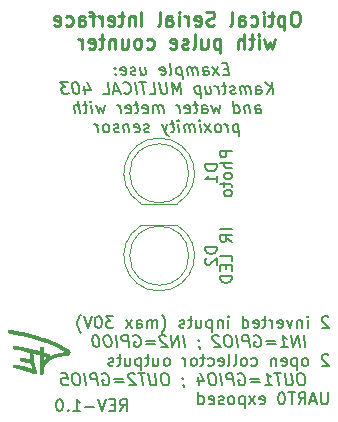
<source format=gbr>
%TF.GenerationSoftware,KiCad,Pcbnew,(6.0.6)*%
%TF.CreationDate,2022-12-26T19:12:46+01:00*%
%TF.ProjectId,ESPkamstrup,4553506b-616d-4737-9472-75702e6b6963,rev?*%
%TF.SameCoordinates,Original*%
%TF.FileFunction,Legend,Bot*%
%TF.FilePolarity,Positive*%
%FSLAX46Y46*%
G04 Gerber Fmt 4.6, Leading zero omitted, Abs format (unit mm)*
G04 Created by KiCad (PCBNEW (6.0.6)) date 2022-12-26 19:12:46*
%MOMM*%
%LPD*%
G01*
G04 APERTURE LIST*
%ADD10C,0.001000*%
%ADD11C,0.250000*%
%ADD12C,0.150000*%
%ADD13C,0.120000*%
G04 APERTURE END LIST*
D10*
G36*
X130104260Y-94990749D02*
G01*
X130077505Y-95001150D01*
X130050172Y-95012457D01*
X130022184Y-95024708D01*
X129993459Y-95037940D01*
X129963919Y-95052190D01*
X129933485Y-95067495D01*
X129902076Y-95083894D01*
X129869614Y-95101423D01*
X129849360Y-95112487D01*
X129830733Y-95122582D01*
X129815797Y-95130595D01*
X129806621Y-95135409D01*
X129793456Y-95142970D01*
X129774421Y-95155058D01*
X129751268Y-95170458D01*
X129725745Y-95187954D01*
X129699604Y-95206331D01*
X129674594Y-95224375D01*
X129652465Y-95240869D01*
X129634968Y-95254600D01*
X129612213Y-95274292D01*
X129584630Y-95299858D01*
X129553970Y-95329519D01*
X129521986Y-95361498D01*
X129490428Y-95394016D01*
X129461048Y-95425295D01*
X129435599Y-95453558D01*
X129415831Y-95477027D01*
X129404555Y-95491946D01*
X129392109Y-95509872D01*
X129378635Y-95530570D01*
X129364275Y-95553806D01*
X129349170Y-95579343D01*
X129333464Y-95606948D01*
X129317297Y-95636385D01*
X129300812Y-95667419D01*
X129285611Y-95697914D01*
X129278705Y-95712923D01*
X129272240Y-95727843D01*
X129266200Y-95742730D01*
X129260569Y-95757636D01*
X129255328Y-95772616D01*
X129250463Y-95787722D01*
X129245956Y-95803008D01*
X129241792Y-95818528D01*
X129237952Y-95834335D01*
X129234422Y-95850484D01*
X129231184Y-95867027D01*
X129228222Y-95884019D01*
X129223060Y-95919561D01*
X129221557Y-95936966D01*
X129220324Y-95962409D01*
X129218761Y-96029912D01*
X129218554Y-96107076D01*
X129219017Y-96144595D01*
X129219887Y-96178906D01*
X129220530Y-96198405D01*
X129220951Y-96213447D01*
X129221068Y-96219587D01*
X129221118Y-96224963D01*
X129221095Y-96229690D01*
X129220998Y-96233885D01*
X129220821Y-96237665D01*
X129220560Y-96241145D01*
X129220211Y-96244443D01*
X129219771Y-96247674D01*
X129219236Y-96250956D01*
X129218600Y-96254405D01*
X129217015Y-96262267D01*
X129215389Y-96270030D01*
X129213867Y-96277000D01*
X129212417Y-96283249D01*
X129211005Y-96288848D01*
X129209600Y-96293865D01*
X129208167Y-96298373D01*
X129207430Y-96300458D01*
X129206675Y-96302442D01*
X129205896Y-96304334D01*
X129205090Y-96306143D01*
X129204253Y-96307877D01*
X129203380Y-96309546D01*
X129202468Y-96311158D01*
X129201512Y-96312722D01*
X129200508Y-96314246D01*
X129199453Y-96315741D01*
X129198342Y-96317214D01*
X129197171Y-96318674D01*
X129194633Y-96321592D01*
X129191805Y-96324566D01*
X129188656Y-96327665D01*
X129185153Y-96330961D01*
X129181082Y-96334612D01*
X129176941Y-96338094D01*
X129172725Y-96341407D01*
X129168428Y-96344556D01*
X129164046Y-96347542D01*
X129159574Y-96350367D01*
X129155008Y-96353035D01*
X129150341Y-96355548D01*
X129145570Y-96357908D01*
X129140690Y-96360118D01*
X129135696Y-96362181D01*
X129130582Y-96364098D01*
X129125345Y-96365873D01*
X129119979Y-96367507D01*
X129114479Y-96369004D01*
X129108840Y-96370366D01*
X129108836Y-96370365D01*
X129103953Y-96371259D01*
X129098503Y-96371874D01*
X129092578Y-96372222D01*
X129086265Y-96372315D01*
X129079653Y-96372165D01*
X129072833Y-96371783D01*
X129065893Y-96371180D01*
X129058922Y-96370370D01*
X129052009Y-96369362D01*
X129045245Y-96368169D01*
X129038717Y-96366803D01*
X129032515Y-96365275D01*
X129026728Y-96363598D01*
X129021446Y-96361781D01*
X129016758Y-96359838D01*
X129012752Y-96357780D01*
X129010246Y-96356197D01*
X129007456Y-96354205D01*
X129004430Y-96351853D01*
X129001218Y-96349193D01*
X128997869Y-96346273D01*
X128994434Y-96343142D01*
X128990960Y-96339850D01*
X128987498Y-96336447D01*
X128984098Y-96332982D01*
X128980808Y-96329505D01*
X128977678Y-96326065D01*
X128974757Y-96322711D01*
X128972096Y-96319493D01*
X128969743Y-96316461D01*
X128967748Y-96313664D01*
X128966160Y-96311152D01*
X128964790Y-96308698D01*
X128963516Y-96306213D01*
X128962334Y-96303673D01*
X128961236Y-96301053D01*
X128960219Y-96298331D01*
X128959275Y-96295483D01*
X128958400Y-96292487D01*
X128957588Y-96289317D01*
X128956833Y-96285952D01*
X128956130Y-96282366D01*
X128954856Y-96274444D01*
X128953721Y-96265362D01*
X128952680Y-96254933D01*
X128953217Y-95955066D01*
X128960386Y-95223856D01*
X129224462Y-95223856D01*
X129231089Y-95237235D01*
X129231895Y-95238822D01*
X129232714Y-95240357D01*
X129233543Y-95241837D01*
X129234383Y-95243260D01*
X129235231Y-95244625D01*
X129236086Y-95245929D01*
X129236947Y-95247171D01*
X129237811Y-95248350D01*
X129238679Y-95249462D01*
X129239548Y-95250506D01*
X129240417Y-95251481D01*
X129241284Y-95252385D01*
X129242149Y-95253215D01*
X129243009Y-95253969D01*
X129243863Y-95254647D01*
X129244710Y-95255245D01*
X129244711Y-95255246D01*
X129246271Y-95256188D01*
X129247932Y-95257022D01*
X129249681Y-95257747D01*
X129251502Y-95258361D01*
X129253382Y-95258866D01*
X129255306Y-95259258D01*
X129257260Y-95259538D01*
X129259229Y-95259705D01*
X129261199Y-95259759D01*
X129263155Y-95259697D01*
X129265084Y-95259520D01*
X129266971Y-95259226D01*
X129268801Y-95258816D01*
X129270561Y-95258287D01*
X129272235Y-95257640D01*
X129273809Y-95256873D01*
X129274469Y-95256442D01*
X129275360Y-95255744D01*
X129277779Y-95253611D01*
X129280943Y-95250598D01*
X129284729Y-95246829D01*
X129289016Y-95242428D01*
X129293681Y-95237518D01*
X129298601Y-95232224D01*
X129303655Y-95226670D01*
X129330672Y-95196935D01*
X129354575Y-95171458D01*
X129377154Y-95148591D01*
X129400195Y-95126690D01*
X129425488Y-95104108D01*
X129454821Y-95079199D01*
X129489982Y-95050318D01*
X129532759Y-95015819D01*
X129591007Y-94969011D01*
X129593582Y-94966884D01*
X129595903Y-94964868D01*
X129597973Y-94962956D01*
X129599797Y-94961137D01*
X129600618Y-94960261D01*
X129601379Y-94959405D01*
X129602081Y-94958569D01*
X129602724Y-94957751D01*
X129603309Y-94956950D01*
X129603836Y-94956165D01*
X129604306Y-94955396D01*
X129604719Y-94954640D01*
X129605076Y-94953898D01*
X129605378Y-94953168D01*
X129605625Y-94952448D01*
X129605817Y-94951739D01*
X129605955Y-94951038D01*
X129606040Y-94950345D01*
X129606072Y-94949659D01*
X129606052Y-94948978D01*
X129605980Y-94948302D01*
X129605857Y-94947630D01*
X129605683Y-94946960D01*
X129605459Y-94946291D01*
X129605186Y-94945623D01*
X129604864Y-94944954D01*
X129604493Y-94944283D01*
X129604074Y-94943609D01*
X129603231Y-94942456D01*
X129602155Y-94941198D01*
X129600879Y-94939861D01*
X129599437Y-94938467D01*
X129597861Y-94937044D01*
X129596184Y-94935614D01*
X129594439Y-94934203D01*
X129592660Y-94932836D01*
X129590879Y-94931537D01*
X129589129Y-94930331D01*
X129587444Y-94929243D01*
X129585856Y-94928297D01*
X129584398Y-94927518D01*
X129583104Y-94926931D01*
X129582006Y-94926561D01*
X129581541Y-94926465D01*
X129581137Y-94926432D01*
X129579811Y-94926121D01*
X129577092Y-94925230D01*
X129568137Y-94921959D01*
X129555597Y-94917116D01*
X129540794Y-94911203D01*
X129524450Y-94904694D01*
X129507967Y-94898371D01*
X129491169Y-94892172D01*
X129473877Y-94886037D01*
X129455913Y-94879902D01*
X129437098Y-94873706D01*
X129396205Y-94860881D01*
X129359743Y-94850028D01*
X129319852Y-94838534D01*
X129285205Y-94828862D01*
X129272558Y-94825478D01*
X129264474Y-94823473D01*
X129262207Y-94823036D01*
X129259867Y-94822715D01*
X129257475Y-94822507D01*
X129255054Y-94822408D01*
X129252625Y-94822416D01*
X129250209Y-94822526D01*
X129247827Y-94822736D01*
X129245500Y-94823042D01*
X129243251Y-94823441D01*
X129241100Y-94823929D01*
X129239069Y-94824504D01*
X129237179Y-94825162D01*
X129235452Y-94825900D01*
X129233908Y-94826714D01*
X129233212Y-94827149D01*
X129232570Y-94827602D01*
X129231985Y-94828072D01*
X129231458Y-94828559D01*
X129227057Y-94832961D01*
X129225759Y-95028409D01*
X129224462Y-95223856D01*
X128960386Y-95223856D01*
X128963006Y-94956615D01*
X128963705Y-94879185D01*
X128964073Y-94814179D01*
X128964087Y-94768419D01*
X128963954Y-94754889D01*
X128963723Y-94748727D01*
X128963402Y-94746540D01*
X128963003Y-94744367D01*
X128962530Y-94742217D01*
X128961986Y-94740097D01*
X128961375Y-94738018D01*
X128960700Y-94735987D01*
X128959966Y-94734013D01*
X128959176Y-94732104D01*
X128958334Y-94730269D01*
X128957444Y-94728517D01*
X128956508Y-94726856D01*
X128955532Y-94725295D01*
X128954519Y-94723841D01*
X128953472Y-94722505D01*
X128952396Y-94721293D01*
X128951293Y-94720216D01*
X128945105Y-94717690D01*
X128930512Y-94713107D01*
X128881774Y-94699315D01*
X128816417Y-94681936D01*
X128745779Y-94664069D01*
X128650149Y-94641520D01*
X128519521Y-94611636D01*
X128403579Y-94585671D01*
X128352007Y-94574879D01*
X128351626Y-94575023D01*
X128351177Y-94575319D01*
X128350665Y-94575758D01*
X128350095Y-94576332D01*
X128349473Y-94577032D01*
X128348806Y-94577851D01*
X128348099Y-94578781D01*
X128347356Y-94579813D01*
X128345792Y-94582151D01*
X128344157Y-94584800D01*
X128342499Y-94587696D01*
X128340863Y-94590773D01*
X128333057Y-94606024D01*
X128336137Y-94651478D01*
X128345465Y-94791613D01*
X128353941Y-94912999D01*
X128362556Y-95016426D01*
X128372347Y-95108671D01*
X128384352Y-95196515D01*
X128399610Y-95286734D01*
X128419157Y-95386108D01*
X128444032Y-95501415D01*
X128475272Y-95639433D01*
X128541775Y-95923108D01*
X128596516Y-96150089D01*
X128600816Y-96167089D01*
X128602548Y-96174143D01*
X128604017Y-96180357D01*
X128605232Y-96185825D01*
X128606204Y-96190641D01*
X128606945Y-96194898D01*
X128607465Y-96198690D01*
X128607774Y-96202111D01*
X128607854Y-96203711D01*
X128607884Y-96205254D01*
X128607868Y-96206750D01*
X128607806Y-96208212D01*
X128607549Y-96211080D01*
X128607125Y-96213952D01*
X128606545Y-96216920D01*
X128605819Y-96220078D01*
X128604958Y-96223520D01*
X128603009Y-96230722D01*
X128600941Y-96237539D01*
X128598741Y-96243992D01*
X128596396Y-96250099D01*
X128593893Y-96255879D01*
X128591221Y-96261352D01*
X128588366Y-96266537D01*
X128585316Y-96271452D01*
X128582059Y-96276117D01*
X128578581Y-96280552D01*
X128574870Y-96284774D01*
X128570914Y-96288804D01*
X128566699Y-96292660D01*
X128562214Y-96296362D01*
X128557445Y-96299929D01*
X128552381Y-96303379D01*
X128549507Y-96305198D01*
X128546635Y-96306903D01*
X128543750Y-96308500D01*
X128540835Y-96309996D01*
X128537874Y-96311394D01*
X128534850Y-96312702D01*
X128531747Y-96313924D01*
X128528548Y-96315066D01*
X128525239Y-96316133D01*
X128521801Y-96317131D01*
X128518219Y-96318066D01*
X128514476Y-96318944D01*
X128510557Y-96319768D01*
X128506444Y-96320546D01*
X128497574Y-96321984D01*
X128479899Y-96324579D01*
X128456408Y-96316752D01*
X128446005Y-96313229D01*
X128437128Y-96310050D01*
X128429144Y-96306924D01*
X128421419Y-96303559D01*
X128413320Y-96299666D01*
X128404211Y-96294953D01*
X128393460Y-96289130D01*
X128380432Y-96281905D01*
X128368199Y-96275160D01*
X128356148Y-96268684D01*
X128344096Y-96262386D01*
X128331864Y-96256176D01*
X128319271Y-96249962D01*
X128306136Y-96243656D01*
X128277517Y-96230403D01*
X128248181Y-96219096D01*
X128193769Y-96199992D01*
X128030446Y-96145226D01*
X127829004Y-96079768D01*
X127630903Y-96017283D01*
X127448760Y-95962352D01*
X127370296Y-95940208D01*
X127293644Y-95919927D01*
X127213859Y-95900246D01*
X127125997Y-95879903D01*
X126906259Y-95832174D01*
X126866630Y-95823708D01*
X126835275Y-95816830D01*
X126822280Y-95813872D01*
X126810849Y-95811173D01*
X126800813Y-95808687D01*
X126792004Y-95806369D01*
X126784255Y-95804173D01*
X126777397Y-95802053D01*
X126771262Y-95799963D01*
X126765682Y-95797856D01*
X126760488Y-95795689D01*
X126755512Y-95793413D01*
X126750586Y-95790985D01*
X126745542Y-95788357D01*
X126742795Y-95786788D01*
X126739984Y-95784979D01*
X126737132Y-95782950D01*
X126734257Y-95780721D01*
X126731379Y-95778313D01*
X126728518Y-95775748D01*
X126725693Y-95773045D01*
X126722925Y-95770226D01*
X126720232Y-95767310D01*
X126717636Y-95764320D01*
X126715154Y-95761275D01*
X126712808Y-95758197D01*
X126710617Y-95755106D01*
X126708601Y-95752022D01*
X126706778Y-95748967D01*
X126705170Y-95745961D01*
X126703867Y-95743278D01*
X126702661Y-95740602D01*
X126701547Y-95737914D01*
X126700521Y-95735192D01*
X126699578Y-95732417D01*
X126698715Y-95729568D01*
X126697926Y-95726625D01*
X126697208Y-95723568D01*
X126696556Y-95720376D01*
X126695964Y-95717029D01*
X126695430Y-95713507D01*
X126694948Y-95709789D01*
X126694123Y-95701686D01*
X126693455Y-95692556D01*
X126693080Y-95686077D01*
X126692961Y-95683347D01*
X126692899Y-95680887D01*
X126692902Y-95678646D01*
X126692977Y-95676572D01*
X126693133Y-95674615D01*
X126693378Y-95672722D01*
X126693719Y-95670842D01*
X126694164Y-95668924D01*
X126694722Y-95666916D01*
X126695401Y-95664766D01*
X126696208Y-95662424D01*
X126697152Y-95659837D01*
X126699481Y-95653724D01*
X126701996Y-95647341D01*
X126704433Y-95641454D01*
X126706817Y-95636028D01*
X126709176Y-95631025D01*
X126711536Y-95626409D01*
X126713922Y-95622145D01*
X126716361Y-95618196D01*
X126718879Y-95614526D01*
X126721503Y-95611098D01*
X126724259Y-95607877D01*
X126727172Y-95604826D01*
X126730270Y-95601909D01*
X126733578Y-95599089D01*
X126737123Y-95596331D01*
X126740931Y-95593598D01*
X126745029Y-95590854D01*
X126749016Y-95588338D01*
X126752870Y-95586072D01*
X126756649Y-95584044D01*
X126760409Y-95582241D01*
X126764204Y-95580652D01*
X126768092Y-95579266D01*
X126772127Y-95578069D01*
X126776367Y-95577050D01*
X126780867Y-95576197D01*
X126785684Y-95575497D01*
X126790872Y-95574940D01*
X126796489Y-95574512D01*
X126802590Y-95574203D01*
X126809231Y-95573999D01*
X126824359Y-95573861D01*
X126836389Y-95573903D01*
X126846052Y-95574042D01*
X126850190Y-95574168D01*
X126853970Y-95574342D01*
X126857470Y-95574572D01*
X126860767Y-95574866D01*
X126863939Y-95575232D01*
X126867065Y-95575678D01*
X126870221Y-95576212D01*
X126873487Y-95576842D01*
X126880656Y-95578420D01*
X126889195Y-95580477D01*
X126937417Y-95591528D01*
X127015780Y-95608866D01*
X127141947Y-95636930D01*
X127243871Y-95660807D01*
X127288151Y-95671761D01*
X127329262Y-95682368D01*
X127368166Y-95692864D01*
X127405828Y-95703482D01*
X127449181Y-95716134D01*
X127497123Y-95730636D01*
X127666202Y-95783437D01*
X128007409Y-95887623D01*
X128182014Y-95940057D01*
X128261342Y-95963143D01*
X128262356Y-95963261D01*
X128263390Y-95963331D01*
X128264440Y-95963355D01*
X128265506Y-95963333D01*
X128266583Y-95963268D01*
X128267671Y-95963159D01*
X128268765Y-95963009D01*
X128269863Y-95962819D01*
X128272064Y-95962321D01*
X128274252Y-95961676D01*
X128276407Y-95960892D01*
X128278510Y-95959980D01*
X128280540Y-95958948D01*
X128282476Y-95957807D01*
X128284299Y-95956566D01*
X128285162Y-95955911D01*
X128285989Y-95955235D01*
X128286777Y-95954538D01*
X128287524Y-95953822D01*
X128288228Y-95953088D01*
X128288886Y-95952337D01*
X128289495Y-95951571D01*
X128290053Y-95950791D01*
X128290558Y-95949997D01*
X128291006Y-95949192D01*
X128291987Y-95947244D01*
X128292876Y-95945366D01*
X128293676Y-95943557D01*
X128294385Y-95941818D01*
X128295005Y-95940147D01*
X128295534Y-95938544D01*
X128295974Y-95937008D01*
X128296324Y-95935539D01*
X128296585Y-95934136D01*
X128296756Y-95932798D01*
X128296837Y-95931525D01*
X128296830Y-95930317D01*
X128296733Y-95929172D01*
X128296548Y-95928091D01*
X128296422Y-95927574D01*
X128296274Y-95927072D01*
X128296103Y-95926586D01*
X128295911Y-95926116D01*
X128266499Y-95799421D01*
X128200168Y-95504813D01*
X128196568Y-95488831D01*
X128193307Y-95474692D01*
X128190327Y-95462277D01*
X128187570Y-95451469D01*
X128186257Y-95446631D01*
X128184978Y-95442149D01*
X128183726Y-95438011D01*
X128182494Y-95434200D01*
X128181274Y-95430702D01*
X128180059Y-95427503D01*
X128178842Y-95424587D01*
X128177616Y-95421939D01*
X128176373Y-95419546D01*
X128175107Y-95417392D01*
X128173809Y-95415462D01*
X128172473Y-95413741D01*
X128171092Y-95412216D01*
X128169657Y-95410871D01*
X128168163Y-95409691D01*
X128166602Y-95408661D01*
X128164966Y-95407767D01*
X128163248Y-95406995D01*
X128161442Y-95406328D01*
X128159539Y-95405753D01*
X128157533Y-95405254D01*
X128155417Y-95404818D01*
X128150823Y-95404071D01*
X128132592Y-95400573D01*
X128079707Y-95388908D01*
X127765001Y-95317531D01*
X127505655Y-95258653D01*
X127445567Y-95245046D01*
X127424806Y-95240268D01*
X127408869Y-95236512D01*
X127396733Y-95233533D01*
X127387372Y-95231086D01*
X127379765Y-95228924D01*
X127372887Y-95226802D01*
X127367379Y-95224945D01*
X127362149Y-95222968D01*
X127357186Y-95220861D01*
X127352480Y-95218619D01*
X127348023Y-95216232D01*
X127343804Y-95213694D01*
X127339813Y-95210995D01*
X127336041Y-95208129D01*
X127332478Y-95205088D01*
X127329115Y-95201863D01*
X127325941Y-95198448D01*
X127322947Y-95194833D01*
X127320124Y-95191012D01*
X127317461Y-95186977D01*
X127314949Y-95182719D01*
X127312579Y-95178231D01*
X127308563Y-95169939D01*
X127306898Y-95166222D01*
X127305446Y-95162709D01*
X127304194Y-95159336D01*
X127303130Y-95156042D01*
X127302244Y-95152765D01*
X127301522Y-95149441D01*
X127300954Y-95146008D01*
X127300526Y-95142405D01*
X127300228Y-95138569D01*
X127300047Y-95134437D01*
X127299972Y-95129947D01*
X127299990Y-95125037D01*
X127300258Y-95113708D01*
X127300590Y-95104173D01*
X127300761Y-95100183D01*
X127300948Y-95096641D01*
X127301158Y-95093495D01*
X127301401Y-95090691D01*
X127301685Y-95088177D01*
X127302019Y-95085900D01*
X127302413Y-95083809D01*
X127302874Y-95081849D01*
X127303412Y-95079968D01*
X127304035Y-95078115D01*
X127304752Y-95076235D01*
X127305572Y-95074276D01*
X127306504Y-95072186D01*
X127307556Y-95069913D01*
X127309080Y-95066800D01*
X127310696Y-95063777D01*
X127312409Y-95060841D01*
X127314220Y-95057988D01*
X127316133Y-95055215D01*
X127318150Y-95052519D01*
X127320274Y-95049897D01*
X127322508Y-95047346D01*
X127324856Y-95044863D01*
X127327319Y-95042444D01*
X127329900Y-95040087D01*
X127332604Y-95037789D01*
X127335431Y-95035545D01*
X127338385Y-95033354D01*
X127341470Y-95031212D01*
X127344687Y-95029116D01*
X127353829Y-95023588D01*
X127362703Y-95018802D01*
X127371499Y-95014759D01*
X127380407Y-95011460D01*
X127389614Y-95008905D01*
X127399311Y-95007096D01*
X127409687Y-95006033D01*
X127420931Y-95005718D01*
X127433232Y-95006151D01*
X127446780Y-95007333D01*
X127461764Y-95009266D01*
X127478373Y-95011950D01*
X127496797Y-95015386D01*
X127517224Y-95019575D01*
X127564847Y-95030217D01*
X127660339Y-95052002D01*
X127770677Y-95076784D01*
X127884486Y-95102457D01*
X127988326Y-95126382D01*
X128028067Y-95135516D01*
X128045523Y-95139390D01*
X128060948Y-95142714D01*
X128074028Y-95145420D01*
X128084447Y-95147442D01*
X128091890Y-95148714D01*
X128094397Y-95149047D01*
X128096042Y-95149168D01*
X128097415Y-95149162D01*
X128098779Y-95149119D01*
X128100136Y-95149037D01*
X128101486Y-95148918D01*
X128102828Y-95148761D01*
X128104163Y-95148566D01*
X128105491Y-95148333D01*
X128106812Y-95148062D01*
X128108127Y-95147753D01*
X128109435Y-95147406D01*
X128110737Y-95147021D01*
X128112034Y-95146597D01*
X128113325Y-95146135D01*
X128114610Y-95145635D01*
X128115891Y-95145096D01*
X128117166Y-95144519D01*
X128118670Y-95143797D01*
X128120051Y-95143093D01*
X128121321Y-95142397D01*
X128122489Y-95141698D01*
X128123567Y-95140985D01*
X128124565Y-95140248D01*
X128125493Y-95139477D01*
X128126363Y-95138660D01*
X128127184Y-95137787D01*
X128127968Y-95136847D01*
X128128725Y-95135830D01*
X128129465Y-95134726D01*
X128130200Y-95133523D01*
X128130939Y-95132211D01*
X128131694Y-95130779D01*
X128132475Y-95129218D01*
X128137637Y-95118670D01*
X128109791Y-94832673D01*
X128089454Y-94627362D01*
X128082746Y-94562318D01*
X128079663Y-94535355D01*
X128079196Y-94533248D01*
X128078634Y-94531068D01*
X128077982Y-94528830D01*
X128077249Y-94526550D01*
X128076440Y-94524243D01*
X128075564Y-94521925D01*
X128074626Y-94519613D01*
X128073634Y-94517320D01*
X128072595Y-94515064D01*
X128071516Y-94512859D01*
X128070404Y-94510722D01*
X128069266Y-94508668D01*
X128068108Y-94506712D01*
X128066939Y-94504871D01*
X128065764Y-94503160D01*
X128064591Y-94501594D01*
X128063918Y-94500992D01*
X128062771Y-94500325D01*
X128058865Y-94498748D01*
X128052492Y-94496765D01*
X128043275Y-94494278D01*
X128014788Y-94487406D01*
X127970374Y-94477349D01*
X127718689Y-94421222D01*
X127165082Y-94297745D01*
X126999989Y-94260802D01*
X126892181Y-94236478D01*
X126855730Y-94228132D01*
X126828767Y-94221841D01*
X126809681Y-94217238D01*
X126796858Y-94213957D01*
X126788689Y-94211631D01*
X126783562Y-94209893D01*
X126775989Y-94206715D01*
X126768951Y-94203785D01*
X126762464Y-94201018D01*
X126756490Y-94198390D01*
X126750990Y-94195880D01*
X126745927Y-94193466D01*
X126741264Y-94191125D01*
X126736963Y-94188836D01*
X126732986Y-94186576D01*
X126729295Y-94184322D01*
X126725852Y-94182053D01*
X126722621Y-94179746D01*
X126719562Y-94177380D01*
X126716639Y-94174932D01*
X126713814Y-94172379D01*
X126711049Y-94169700D01*
X126708305Y-94166872D01*
X126703710Y-94161818D01*
X126699560Y-94156848D01*
X126695841Y-94151911D01*
X126692539Y-94146958D01*
X126689640Y-94141941D01*
X126687130Y-94136809D01*
X126684995Y-94131514D01*
X126683221Y-94126006D01*
X126681794Y-94120235D01*
X126680699Y-94114153D01*
X126679924Y-94107710D01*
X126679454Y-94100856D01*
X126679274Y-94093542D01*
X126679372Y-94085719D01*
X126679732Y-94077337D01*
X126680341Y-94068348D01*
X126681161Y-94058150D01*
X126681531Y-94053929D01*
X126681891Y-94050216D01*
X126682255Y-94046952D01*
X126682635Y-94044080D01*
X126683044Y-94041541D01*
X126683496Y-94039276D01*
X126684002Y-94037229D01*
X126684577Y-94035340D01*
X126685232Y-94033551D01*
X126685982Y-94031805D01*
X126686838Y-94030042D01*
X126687814Y-94028206D01*
X126688923Y-94026237D01*
X126690177Y-94024078D01*
X126692187Y-94020779D01*
X126694304Y-94017571D01*
X126696527Y-94014452D01*
X126698854Y-94011424D01*
X126701287Y-94008488D01*
X126703824Y-94005642D01*
X126706465Y-94002889D01*
X126709209Y-94000228D01*
X126712056Y-93997660D01*
X126715005Y-93995186D01*
X126718057Y-93992805D01*
X126721209Y-93990519D01*
X126724463Y-93988328D01*
X126727816Y-93986231D01*
X126731270Y-93984231D01*
X126734823Y-93982326D01*
X126738794Y-93980319D01*
X126742601Y-93978477D01*
X126746263Y-93976795D01*
X126749797Y-93975269D01*
X126753219Y-93973892D01*
X126756548Y-93972660D01*
X126759801Y-93971570D01*
X126762996Y-93970614D01*
X126766149Y-93969790D01*
X126769278Y-93969091D01*
X126772401Y-93968513D01*
X126775534Y-93968051D01*
X126778696Y-93967700D01*
X126781904Y-93967455D01*
X126785175Y-93967312D01*
X126788527Y-93967266D01*
X126800832Y-93967468D01*
X126815906Y-93968987D01*
X126840013Y-93973196D01*
X126879416Y-93981464D01*
X127029165Y-94015663D01*
X127315263Y-94082552D01*
X127794846Y-94194716D01*
X128532746Y-94367523D01*
X128915024Y-94456906D01*
X128917258Y-94457339D01*
X128919454Y-94457703D01*
X128921611Y-94457998D01*
X128923730Y-94458224D01*
X128925811Y-94458381D01*
X128927855Y-94458469D01*
X128929862Y-94458488D01*
X128931833Y-94458438D01*
X128933766Y-94458318D01*
X128935664Y-94458129D01*
X128937526Y-94457870D01*
X128939352Y-94457541D01*
X128941144Y-94457142D01*
X128942900Y-94456673D01*
X128944622Y-94456134D01*
X128946309Y-94455525D01*
X128947963Y-94454845D01*
X128949583Y-94454095D01*
X128951169Y-94453274D01*
X128952723Y-94452383D01*
X128954244Y-94451420D01*
X128955732Y-94450387D01*
X128957189Y-94449282D01*
X128958613Y-94448106D01*
X128960007Y-94446859D01*
X128961369Y-94445540D01*
X128962700Y-94444150D01*
X128964000Y-94442688D01*
X128965271Y-94441154D01*
X128966511Y-94439548D01*
X128967722Y-94437871D01*
X128968904Y-94436121D01*
X128977338Y-94423213D01*
X128977358Y-94300727D01*
X128977379Y-94178241D01*
X128982433Y-94155961D01*
X128983525Y-94151251D01*
X128984574Y-94146986D01*
X128985607Y-94143119D01*
X128986653Y-94139599D01*
X128987739Y-94136377D01*
X128988893Y-94133404D01*
X128990143Y-94130630D01*
X128991517Y-94128005D01*
X128993042Y-94125480D01*
X128994748Y-94123006D01*
X128996661Y-94120533D01*
X128998809Y-94118011D01*
X129001220Y-94115392D01*
X129003922Y-94112625D01*
X129006944Y-94109662D01*
X129010312Y-94106452D01*
X129014525Y-94102572D01*
X129018592Y-94099047D01*
X129022572Y-94095850D01*
X129026528Y-94092958D01*
X129030519Y-94090347D01*
X129034608Y-94087993D01*
X129038855Y-94085871D01*
X129043323Y-94083957D01*
X129048071Y-94082227D01*
X129053161Y-94080657D01*
X129058655Y-94079222D01*
X129064613Y-94077899D01*
X129071097Y-94076663D01*
X129078168Y-94075489D01*
X129094315Y-94073235D01*
X129120841Y-94069859D01*
X129139142Y-94076294D01*
X129145838Y-94078690D01*
X129152045Y-94081004D01*
X129157805Y-94083259D01*
X129163159Y-94085482D01*
X129168150Y-94087695D01*
X129172818Y-94089923D01*
X129177206Y-94092192D01*
X129181355Y-94094525D01*
X129185307Y-94096947D01*
X129189104Y-94099482D01*
X129192787Y-94102155D01*
X129196398Y-94104990D01*
X129199979Y-94108013D01*
X129203572Y-94111246D01*
X129207218Y-94114716D01*
X129210959Y-94118445D01*
X129214827Y-94122479D01*
X129218720Y-94126722D01*
X129222532Y-94131047D01*
X129226158Y-94135327D01*
X129229492Y-94139434D01*
X129232428Y-94143242D01*
X129234862Y-94146624D01*
X129235857Y-94148115D01*
X129236687Y-94149451D01*
X129243891Y-94161612D01*
X129244920Y-94353115D01*
X129245281Y-94424049D01*
X129245452Y-94452260D01*
X129245660Y-94476135D01*
X129245938Y-94496053D01*
X129246113Y-94504645D01*
X129246318Y-94512389D01*
X129246556Y-94519331D01*
X129246831Y-94525520D01*
X129247148Y-94531001D01*
X129247511Y-94535823D01*
X129247924Y-94540031D01*
X129248390Y-94543674D01*
X129248915Y-94546798D01*
X129249200Y-94548181D01*
X129249501Y-94549451D01*
X129249818Y-94550615D01*
X129250153Y-94551679D01*
X129250505Y-94552648D01*
X129250874Y-94553530D01*
X129251263Y-94554328D01*
X129251670Y-94555050D01*
X129252097Y-94555701D01*
X129252544Y-94556287D01*
X129253012Y-94556814D01*
X129253500Y-94557288D01*
X129254010Y-94557715D01*
X129254542Y-94558100D01*
X129255097Y-94558450D01*
X129255675Y-94558770D01*
X129256901Y-94559345D01*
X129262830Y-94561639D01*
X129264982Y-94562519D01*
X129267315Y-94563395D01*
X129269754Y-94564245D01*
X129272224Y-94565046D01*
X129274653Y-94565774D01*
X129276964Y-94566406D01*
X129279085Y-94566919D01*
X129280941Y-94567289D01*
X129288462Y-94568914D01*
X129300791Y-94571959D01*
X129335733Y-94581193D01*
X129377498Y-94592750D01*
X129417817Y-94604390D01*
X129443667Y-94612346D01*
X129481337Y-94624303D01*
X129571912Y-94653737D01*
X129604690Y-94664576D01*
X129630619Y-94673243D01*
X129650660Y-94680094D01*
X129658774Y-94682948D01*
X129665776Y-94685481D01*
X129671786Y-94687737D01*
X129676926Y-94689759D01*
X129681315Y-94691592D01*
X129685073Y-94693281D01*
X129688321Y-94694869D01*
X129691178Y-94696401D01*
X129693766Y-94697920D01*
X129696203Y-94699472D01*
X129699709Y-94701830D01*
X129702997Y-94704144D01*
X129706082Y-94706431D01*
X129708981Y-94708709D01*
X129711707Y-94710992D01*
X129714277Y-94713299D01*
X129716705Y-94715645D01*
X129719008Y-94718047D01*
X129721199Y-94720522D01*
X129723295Y-94723086D01*
X129725310Y-94725756D01*
X129727260Y-94728548D01*
X129729160Y-94731478D01*
X129731026Y-94734565D01*
X129732872Y-94737823D01*
X129734714Y-94741269D01*
X129736501Y-94744891D01*
X129738165Y-94748649D01*
X129739706Y-94752544D01*
X129741125Y-94756577D01*
X129742421Y-94760751D01*
X129743594Y-94765067D01*
X129744646Y-94769525D01*
X129745576Y-94774128D01*
X129746385Y-94778877D01*
X129747073Y-94783772D01*
X129747639Y-94788817D01*
X129748086Y-94794011D01*
X129748411Y-94799356D01*
X129748617Y-94804854D01*
X129748702Y-94810506D01*
X129748668Y-94816313D01*
X129748655Y-94820766D01*
X129748757Y-94825096D01*
X129748971Y-94829292D01*
X129749297Y-94833345D01*
X129749730Y-94837244D01*
X129750268Y-94840979D01*
X129750910Y-94844541D01*
X129751652Y-94847919D01*
X129752493Y-94851103D01*
X129753429Y-94854083D01*
X129754459Y-94856849D01*
X129755579Y-94859391D01*
X129756788Y-94861698D01*
X129758083Y-94863762D01*
X129758763Y-94864699D01*
X129759462Y-94865571D01*
X129760182Y-94866376D01*
X129760922Y-94867115D01*
X129762709Y-94868683D01*
X129764535Y-94869958D01*
X129766533Y-94870898D01*
X129768836Y-94871464D01*
X129771577Y-94871616D01*
X129774888Y-94871312D01*
X129778903Y-94870513D01*
X129783753Y-94869178D01*
X129789572Y-94867266D01*
X129796493Y-94864738D01*
X129814170Y-94857669D01*
X129837846Y-94847649D01*
X129868585Y-94834353D01*
X129961614Y-94794376D01*
X130041525Y-94761213D01*
X130112283Y-94733508D01*
X130177852Y-94709905D01*
X130242199Y-94689045D01*
X130309287Y-94669571D01*
X130383082Y-94650128D01*
X130467549Y-94629357D01*
X130588057Y-94601089D01*
X130694770Y-94577992D01*
X130809569Y-94555570D01*
X130954336Y-94529326D01*
X131031552Y-94515579D01*
X131056240Y-94511117D01*
X131065778Y-94509361D01*
X131073701Y-94507872D01*
X131080202Y-94506615D01*
X131085473Y-94505551D01*
X131089707Y-94504646D01*
X131093096Y-94503861D01*
X131095833Y-94503161D01*
X131098110Y-94502509D01*
X131100119Y-94501867D01*
X131102052Y-94501201D01*
X131105205Y-94499984D01*
X131106676Y-94499335D01*
X131108075Y-94498659D01*
X131109404Y-94497956D01*
X131110663Y-94497227D01*
X131111850Y-94496470D01*
X131112967Y-94495687D01*
X131114013Y-94494877D01*
X131114988Y-94494041D01*
X131115892Y-94493178D01*
X131116725Y-94492289D01*
X131117487Y-94491373D01*
X131118179Y-94490431D01*
X131118799Y-94489463D01*
X131119347Y-94488469D01*
X131119825Y-94487449D01*
X131120232Y-94486403D01*
X131120567Y-94485331D01*
X131120831Y-94484233D01*
X131121023Y-94483110D01*
X131121145Y-94481961D01*
X131121194Y-94480786D01*
X131121173Y-94479586D01*
X131121080Y-94478361D01*
X131120915Y-94477110D01*
X131120679Y-94475834D01*
X131120372Y-94474532D01*
X131119992Y-94473206D01*
X131119541Y-94471855D01*
X131119019Y-94470478D01*
X131118424Y-94469077D01*
X131117356Y-94466815D01*
X131116159Y-94464543D01*
X131114819Y-94462243D01*
X131113319Y-94459898D01*
X131111643Y-94457489D01*
X131109776Y-94454997D01*
X131107701Y-94452405D01*
X131105402Y-94449694D01*
X131102865Y-94446846D01*
X131100073Y-94443843D01*
X131093659Y-94437298D01*
X131086035Y-94429913D01*
X131077073Y-94421542D01*
X131070482Y-94415551D01*
X131064726Y-94410545D01*
X131062054Y-94408337D01*
X131059461Y-94406286D01*
X131056905Y-94404362D01*
X131054342Y-94402535D01*
X131051730Y-94400775D01*
X131049025Y-94399052D01*
X131046184Y-94397337D01*
X131043164Y-94395600D01*
X131036416Y-94391939D01*
X131028435Y-94387831D01*
X130946756Y-94345207D01*
X130787614Y-94260537D01*
X130557852Y-94139003D01*
X130357527Y-94035883D01*
X130179603Y-93948005D01*
X130017044Y-93872202D01*
X129862814Y-93805302D01*
X129709877Y-93744138D01*
X129551198Y-93685539D01*
X129379739Y-93626336D01*
X129159969Y-93554998D01*
X128925371Y-93483951D01*
X128668131Y-93410906D01*
X128380436Y-93333574D01*
X128097887Y-93262284D01*
X127773362Y-93186691D01*
X127371332Y-93098799D01*
X126856267Y-92990614D01*
X126698875Y-92957946D01*
X126579240Y-92932986D01*
X126531802Y-92922995D01*
X126491667Y-92914450D01*
X126458123Y-92907189D01*
X126430458Y-92901053D01*
X126407960Y-92895881D01*
X126389916Y-92891512D01*
X126375615Y-92887786D01*
X126364345Y-92884543D01*
X126359623Y-92883051D01*
X126355393Y-92881621D01*
X126348047Y-92878860D01*
X126341595Y-92876100D01*
X126335326Y-92873180D01*
X126332124Y-92871541D01*
X126328871Y-92869651D01*
X126325575Y-92867518D01*
X126322248Y-92865153D01*
X126318900Y-92862567D01*
X126315541Y-92859770D01*
X126312181Y-92856771D01*
X126308831Y-92853581D01*
X126305502Y-92850210D01*
X126302203Y-92846669D01*
X126298944Y-92842966D01*
X126295737Y-92839114D01*
X126292591Y-92835120D01*
X126289518Y-92830997D01*
X126286526Y-92826753D01*
X126283627Y-92822400D01*
X126280843Y-92818029D01*
X126278363Y-92813967D01*
X126276173Y-92810152D01*
X126274257Y-92806524D01*
X126272600Y-92803022D01*
X126271188Y-92799584D01*
X126270005Y-92796149D01*
X126269037Y-92792656D01*
X126268268Y-92789044D01*
X126267684Y-92785251D01*
X126267269Y-92781218D01*
X126267009Y-92776881D01*
X126266889Y-92772181D01*
X126266893Y-92767056D01*
X126267217Y-92755287D01*
X126268367Y-92725800D01*
X126277606Y-92706808D01*
X126279003Y-92703974D01*
X126280338Y-92701347D01*
X126281629Y-92698905D01*
X126282894Y-92696623D01*
X126284150Y-92694477D01*
X126285415Y-92692444D01*
X126286705Y-92690499D01*
X126288040Y-92688619D01*
X126289435Y-92686781D01*
X126290909Y-92684959D01*
X126292479Y-92683131D01*
X126294162Y-92681273D01*
X126295976Y-92679360D01*
X126297939Y-92677370D01*
X126300068Y-92675277D01*
X126302381Y-92673058D01*
X126307749Y-92668062D01*
X126312867Y-92663524D01*
X126317778Y-92659425D01*
X126322522Y-92655747D01*
X126327143Y-92652470D01*
X126331681Y-92649577D01*
X126336178Y-92647048D01*
X126340677Y-92644865D01*
X126345219Y-92643010D01*
X126349847Y-92641463D01*
X126354602Y-92640205D01*
X126359525Y-92639219D01*
X126364660Y-92638486D01*
X126370047Y-92637986D01*
X126375729Y-92637701D01*
X126381747Y-92637613D01*
X126395180Y-92637835D01*
X126408569Y-92638569D01*
X126422683Y-92639930D01*
X126438292Y-92642035D01*
X126456164Y-92645001D01*
X126477069Y-92648945D01*
X126501777Y-92653982D01*
X126531056Y-92660230D01*
X126816130Y-92720736D01*
X127396330Y-92844486D01*
X127832036Y-92941820D01*
X128010767Y-92984068D01*
X128171449Y-93023895D01*
X128320108Y-93062698D01*
X128462768Y-93101868D01*
X128591411Y-93137946D01*
X128738407Y-93181034D01*
X128904273Y-93230710D01*
X129120102Y-93298466D01*
X129326756Y-93366117D01*
X129523222Y-93433291D01*
X129708487Y-93499616D01*
X129881539Y-93564722D01*
X130041366Y-93628237D01*
X130186955Y-93689790D01*
X130317293Y-93749009D01*
X130394566Y-93786173D01*
X130472863Y-93825069D01*
X130553977Y-93866652D01*
X130639696Y-93911881D01*
X130832119Y-94017102D01*
X131064455Y-94148391D01*
X131140171Y-94191574D01*
X131197087Y-94223839D01*
X131239659Y-94247699D01*
X131272343Y-94265670D01*
X131282196Y-94271155D01*
X131291331Y-94276609D01*
X131300427Y-94282531D01*
X131310163Y-94289416D01*
X131321218Y-94297763D01*
X131334270Y-94308069D01*
X131349999Y-94320832D01*
X131369083Y-94336547D01*
X131384686Y-94349622D01*
X131391387Y-94355415D01*
X131397462Y-94360838D01*
X131402992Y-94365981D01*
X131408058Y-94370940D01*
X131412741Y-94375806D01*
X131417121Y-94380672D01*
X131421280Y-94385633D01*
X131425298Y-94390780D01*
X131429257Y-94396208D01*
X131433237Y-94402009D01*
X131437319Y-94408276D01*
X131441584Y-94415102D01*
X131450987Y-94430804D01*
X131454055Y-94436142D01*
X131455380Y-94438562D01*
X131456582Y-94440860D01*
X131457672Y-94443070D01*
X131458664Y-94445224D01*
X131459569Y-94447355D01*
X131460399Y-94449496D01*
X131461166Y-94451680D01*
X131461884Y-94453940D01*
X131462563Y-94456309D01*
X131463217Y-94458820D01*
X131464495Y-94464399D01*
X131465815Y-94470941D01*
X131467419Y-94479640D01*
X131468770Y-94487862D01*
X131469869Y-94495640D01*
X131470712Y-94503006D01*
X131471297Y-94509994D01*
X131471624Y-94516637D01*
X131471690Y-94522967D01*
X131471493Y-94529017D01*
X131471032Y-94534820D01*
X131470304Y-94540408D01*
X131469308Y-94545816D01*
X131468042Y-94551075D01*
X131466505Y-94556218D01*
X131464694Y-94561279D01*
X131462607Y-94566290D01*
X131460243Y-94571283D01*
X131456051Y-94579233D01*
X131451260Y-94587578D01*
X131445939Y-94596233D01*
X131440157Y-94605111D01*
X131433984Y-94614123D01*
X131427489Y-94623183D01*
X131420742Y-94632204D01*
X131413811Y-94641098D01*
X131406766Y-94649778D01*
X131399677Y-94658157D01*
X131392612Y-94666148D01*
X131385642Y-94673663D01*
X131378835Y-94680615D01*
X131372261Y-94686917D01*
X131365990Y-94692482D01*
X131360090Y-94697223D01*
X131356703Y-94699691D01*
X131353091Y-94702150D01*
X131349264Y-94704595D01*
X131345232Y-94707021D01*
X131336598Y-94711795D01*
X131327271Y-94716435D01*
X131317333Y-94720900D01*
X131306869Y-94725151D01*
X131295961Y-94729149D01*
X131284693Y-94732855D01*
X131276340Y-94735349D01*
X131268145Y-94737497D01*
X131259089Y-94739465D01*
X131248157Y-94741421D01*
X131234330Y-94743530D01*
X131216592Y-94745962D01*
X131165312Y-94752456D01*
X131040284Y-94768337D01*
X130939665Y-94782023D01*
X130857445Y-94794369D01*
X130787614Y-94806231D01*
X130709410Y-94821728D01*
X130622060Y-94841300D01*
X130529106Y-94863991D01*
X130434091Y-94888844D01*
X130340557Y-94914902D01*
X130252045Y-94941210D01*
X130225662Y-94949659D01*
X130172099Y-94966811D01*
X130104260Y-94990749D01*
G37*
X130104260Y-94990749D02*
X130077505Y-95001150D01*
X130050172Y-95012457D01*
X130022184Y-95024708D01*
X129993459Y-95037940D01*
X129963919Y-95052190D01*
X129933485Y-95067495D01*
X129902076Y-95083894D01*
X129869614Y-95101423D01*
X129849360Y-95112487D01*
X129830733Y-95122582D01*
X129815797Y-95130595D01*
X129806621Y-95135409D01*
X129793456Y-95142970D01*
X129774421Y-95155058D01*
X129751268Y-95170458D01*
X129725745Y-95187954D01*
X129699604Y-95206331D01*
X129674594Y-95224375D01*
X129652465Y-95240869D01*
X129634968Y-95254600D01*
X129612213Y-95274292D01*
X129584630Y-95299858D01*
X129553970Y-95329519D01*
X129521986Y-95361498D01*
X129490428Y-95394016D01*
X129461048Y-95425295D01*
X129435599Y-95453558D01*
X129415831Y-95477027D01*
X129404555Y-95491946D01*
X129392109Y-95509872D01*
X129378635Y-95530570D01*
X129364275Y-95553806D01*
X129349170Y-95579343D01*
X129333464Y-95606948D01*
X129317297Y-95636385D01*
X129300812Y-95667419D01*
X129285611Y-95697914D01*
X129278705Y-95712923D01*
X129272240Y-95727843D01*
X129266200Y-95742730D01*
X129260569Y-95757636D01*
X129255328Y-95772616D01*
X129250463Y-95787722D01*
X129245956Y-95803008D01*
X129241792Y-95818528D01*
X129237952Y-95834335D01*
X129234422Y-95850484D01*
X129231184Y-95867027D01*
X129228222Y-95884019D01*
X129223060Y-95919561D01*
X129221557Y-95936966D01*
X129220324Y-95962409D01*
X129218761Y-96029912D01*
X129218554Y-96107076D01*
X129219017Y-96144595D01*
X129219887Y-96178906D01*
X129220530Y-96198405D01*
X129220951Y-96213447D01*
X129221068Y-96219587D01*
X129221118Y-96224963D01*
X129221095Y-96229690D01*
X129220998Y-96233885D01*
X129220821Y-96237665D01*
X129220560Y-96241145D01*
X129220211Y-96244443D01*
X129219771Y-96247674D01*
X129219236Y-96250956D01*
X129218600Y-96254405D01*
X129217015Y-96262267D01*
X129215389Y-96270030D01*
X129213867Y-96277000D01*
X129212417Y-96283249D01*
X129211005Y-96288848D01*
X129209600Y-96293865D01*
X129208167Y-96298373D01*
X129207430Y-96300458D01*
X129206675Y-96302442D01*
X129205896Y-96304334D01*
X129205090Y-96306143D01*
X129204253Y-96307877D01*
X129203380Y-96309546D01*
X129202468Y-96311158D01*
X129201512Y-96312722D01*
X129200508Y-96314246D01*
X129199453Y-96315741D01*
X129198342Y-96317214D01*
X129197171Y-96318674D01*
X129194633Y-96321592D01*
X129191805Y-96324566D01*
X129188656Y-96327665D01*
X129185153Y-96330961D01*
X129181082Y-96334612D01*
X129176941Y-96338094D01*
X129172725Y-96341407D01*
X129168428Y-96344556D01*
X129164046Y-96347542D01*
X129159574Y-96350367D01*
X129155008Y-96353035D01*
X129150341Y-96355548D01*
X129145570Y-96357908D01*
X129140690Y-96360118D01*
X129135696Y-96362181D01*
X129130582Y-96364098D01*
X129125345Y-96365873D01*
X129119979Y-96367507D01*
X129114479Y-96369004D01*
X129108840Y-96370366D01*
X129108836Y-96370365D01*
X129103953Y-96371259D01*
X129098503Y-96371874D01*
X129092578Y-96372222D01*
X129086265Y-96372315D01*
X129079653Y-96372165D01*
X129072833Y-96371783D01*
X129065893Y-96371180D01*
X129058922Y-96370370D01*
X129052009Y-96369362D01*
X129045245Y-96368169D01*
X129038717Y-96366803D01*
X129032515Y-96365275D01*
X129026728Y-96363598D01*
X129021446Y-96361781D01*
X129016758Y-96359838D01*
X129012752Y-96357780D01*
X129010246Y-96356197D01*
X129007456Y-96354205D01*
X129004430Y-96351853D01*
X129001218Y-96349193D01*
X128997869Y-96346273D01*
X128994434Y-96343142D01*
X128990960Y-96339850D01*
X128987498Y-96336447D01*
X128984098Y-96332982D01*
X128980808Y-96329505D01*
X128977678Y-96326065D01*
X128974757Y-96322711D01*
X128972096Y-96319493D01*
X128969743Y-96316461D01*
X128967748Y-96313664D01*
X128966160Y-96311152D01*
X128964790Y-96308698D01*
X128963516Y-96306213D01*
X128962334Y-96303673D01*
X128961236Y-96301053D01*
X128960219Y-96298331D01*
X128959275Y-96295483D01*
X128958400Y-96292487D01*
X128957588Y-96289317D01*
X128956833Y-96285952D01*
X128956130Y-96282366D01*
X128954856Y-96274444D01*
X128953721Y-96265362D01*
X128952680Y-96254933D01*
X128953217Y-95955066D01*
X128960386Y-95223856D01*
X129224462Y-95223856D01*
X129231089Y-95237235D01*
X129231895Y-95238822D01*
X129232714Y-95240357D01*
X129233543Y-95241837D01*
X129234383Y-95243260D01*
X129235231Y-95244625D01*
X129236086Y-95245929D01*
X129236947Y-95247171D01*
X129237811Y-95248350D01*
X129238679Y-95249462D01*
X129239548Y-95250506D01*
X129240417Y-95251481D01*
X129241284Y-95252385D01*
X129242149Y-95253215D01*
X129243009Y-95253969D01*
X129243863Y-95254647D01*
X129244710Y-95255245D01*
X129244711Y-95255246D01*
X129246271Y-95256188D01*
X129247932Y-95257022D01*
X129249681Y-95257747D01*
X129251502Y-95258361D01*
X129253382Y-95258866D01*
X129255306Y-95259258D01*
X129257260Y-95259538D01*
X129259229Y-95259705D01*
X129261199Y-95259759D01*
X129263155Y-95259697D01*
X129265084Y-95259520D01*
X129266971Y-95259226D01*
X129268801Y-95258816D01*
X129270561Y-95258287D01*
X129272235Y-95257640D01*
X129273809Y-95256873D01*
X129274469Y-95256442D01*
X129275360Y-95255744D01*
X129277779Y-95253611D01*
X129280943Y-95250598D01*
X129284729Y-95246829D01*
X129289016Y-95242428D01*
X129293681Y-95237518D01*
X129298601Y-95232224D01*
X129303655Y-95226670D01*
X129330672Y-95196935D01*
X129354575Y-95171458D01*
X129377154Y-95148591D01*
X129400195Y-95126690D01*
X129425488Y-95104108D01*
X129454821Y-95079199D01*
X129489982Y-95050318D01*
X129532759Y-95015819D01*
X129591007Y-94969011D01*
X129593582Y-94966884D01*
X129595903Y-94964868D01*
X129597973Y-94962956D01*
X129599797Y-94961137D01*
X129600618Y-94960261D01*
X129601379Y-94959405D01*
X129602081Y-94958569D01*
X129602724Y-94957751D01*
X129603309Y-94956950D01*
X129603836Y-94956165D01*
X129604306Y-94955396D01*
X129604719Y-94954640D01*
X129605076Y-94953898D01*
X129605378Y-94953168D01*
X129605625Y-94952448D01*
X129605817Y-94951739D01*
X129605955Y-94951038D01*
X129606040Y-94950345D01*
X129606072Y-94949659D01*
X129606052Y-94948978D01*
X129605980Y-94948302D01*
X129605857Y-94947630D01*
X129605683Y-94946960D01*
X129605459Y-94946291D01*
X129605186Y-94945623D01*
X129604864Y-94944954D01*
X129604493Y-94944283D01*
X129604074Y-94943609D01*
X129603231Y-94942456D01*
X129602155Y-94941198D01*
X129600879Y-94939861D01*
X129599437Y-94938467D01*
X129597861Y-94937044D01*
X129596184Y-94935614D01*
X129594439Y-94934203D01*
X129592660Y-94932836D01*
X129590879Y-94931537D01*
X129589129Y-94930331D01*
X129587444Y-94929243D01*
X129585856Y-94928297D01*
X129584398Y-94927518D01*
X129583104Y-94926931D01*
X129582006Y-94926561D01*
X129581541Y-94926465D01*
X129581137Y-94926432D01*
X129579811Y-94926121D01*
X129577092Y-94925230D01*
X129568137Y-94921959D01*
X129555597Y-94917116D01*
X129540794Y-94911203D01*
X129524450Y-94904694D01*
X129507967Y-94898371D01*
X129491169Y-94892172D01*
X129473877Y-94886037D01*
X129455913Y-94879902D01*
X129437098Y-94873706D01*
X129396205Y-94860881D01*
X129359743Y-94850028D01*
X129319852Y-94838534D01*
X129285205Y-94828862D01*
X129272558Y-94825478D01*
X129264474Y-94823473D01*
X129262207Y-94823036D01*
X129259867Y-94822715D01*
X129257475Y-94822507D01*
X129255054Y-94822408D01*
X129252625Y-94822416D01*
X129250209Y-94822526D01*
X129247827Y-94822736D01*
X129245500Y-94823042D01*
X129243251Y-94823441D01*
X129241100Y-94823929D01*
X129239069Y-94824504D01*
X129237179Y-94825162D01*
X129235452Y-94825900D01*
X129233908Y-94826714D01*
X129233212Y-94827149D01*
X129232570Y-94827602D01*
X129231985Y-94828072D01*
X129231458Y-94828559D01*
X129227057Y-94832961D01*
X129225759Y-95028409D01*
X129224462Y-95223856D01*
X128960386Y-95223856D01*
X128963006Y-94956615D01*
X128963705Y-94879185D01*
X128964073Y-94814179D01*
X128964087Y-94768419D01*
X128963954Y-94754889D01*
X128963723Y-94748727D01*
X128963402Y-94746540D01*
X128963003Y-94744367D01*
X128962530Y-94742217D01*
X128961986Y-94740097D01*
X128961375Y-94738018D01*
X128960700Y-94735987D01*
X128959966Y-94734013D01*
X128959176Y-94732104D01*
X128958334Y-94730269D01*
X128957444Y-94728517D01*
X128956508Y-94726856D01*
X128955532Y-94725295D01*
X128954519Y-94723841D01*
X128953472Y-94722505D01*
X128952396Y-94721293D01*
X128951293Y-94720216D01*
X128945105Y-94717690D01*
X128930512Y-94713107D01*
X128881774Y-94699315D01*
X128816417Y-94681936D01*
X128745779Y-94664069D01*
X128650149Y-94641520D01*
X128519521Y-94611636D01*
X128403579Y-94585671D01*
X128352007Y-94574879D01*
X128351626Y-94575023D01*
X128351177Y-94575319D01*
X128350665Y-94575758D01*
X128350095Y-94576332D01*
X128349473Y-94577032D01*
X128348806Y-94577851D01*
X128348099Y-94578781D01*
X128347356Y-94579813D01*
X128345792Y-94582151D01*
X128344157Y-94584800D01*
X128342499Y-94587696D01*
X128340863Y-94590773D01*
X128333057Y-94606024D01*
X128336137Y-94651478D01*
X128345465Y-94791613D01*
X128353941Y-94912999D01*
X128362556Y-95016426D01*
X128372347Y-95108671D01*
X128384352Y-95196515D01*
X128399610Y-95286734D01*
X128419157Y-95386108D01*
X128444032Y-95501415D01*
X128475272Y-95639433D01*
X128541775Y-95923108D01*
X128596516Y-96150089D01*
X128600816Y-96167089D01*
X128602548Y-96174143D01*
X128604017Y-96180357D01*
X128605232Y-96185825D01*
X128606204Y-96190641D01*
X128606945Y-96194898D01*
X128607465Y-96198690D01*
X128607774Y-96202111D01*
X128607854Y-96203711D01*
X128607884Y-96205254D01*
X128607868Y-96206750D01*
X128607806Y-96208212D01*
X128607549Y-96211080D01*
X128607125Y-96213952D01*
X128606545Y-96216920D01*
X128605819Y-96220078D01*
X128604958Y-96223520D01*
X128603009Y-96230722D01*
X128600941Y-96237539D01*
X128598741Y-96243992D01*
X128596396Y-96250099D01*
X128593893Y-96255879D01*
X128591221Y-96261352D01*
X128588366Y-96266537D01*
X128585316Y-96271452D01*
X128582059Y-96276117D01*
X128578581Y-96280552D01*
X128574870Y-96284774D01*
X128570914Y-96288804D01*
X128566699Y-96292660D01*
X128562214Y-96296362D01*
X128557445Y-96299929D01*
X128552381Y-96303379D01*
X128549507Y-96305198D01*
X128546635Y-96306903D01*
X128543750Y-96308500D01*
X128540835Y-96309996D01*
X128537874Y-96311394D01*
X128534850Y-96312702D01*
X128531747Y-96313924D01*
X128528548Y-96315066D01*
X128525239Y-96316133D01*
X128521801Y-96317131D01*
X128518219Y-96318066D01*
X128514476Y-96318944D01*
X128510557Y-96319768D01*
X128506444Y-96320546D01*
X128497574Y-96321984D01*
X128479899Y-96324579D01*
X128456408Y-96316752D01*
X128446005Y-96313229D01*
X128437128Y-96310050D01*
X128429144Y-96306924D01*
X128421419Y-96303559D01*
X128413320Y-96299666D01*
X128404211Y-96294953D01*
X128393460Y-96289130D01*
X128380432Y-96281905D01*
X128368199Y-96275160D01*
X128356148Y-96268684D01*
X128344096Y-96262386D01*
X128331864Y-96256176D01*
X128319271Y-96249962D01*
X128306136Y-96243656D01*
X128277517Y-96230403D01*
X128248181Y-96219096D01*
X128193769Y-96199992D01*
X128030446Y-96145226D01*
X127829004Y-96079768D01*
X127630903Y-96017283D01*
X127448760Y-95962352D01*
X127370296Y-95940208D01*
X127293644Y-95919927D01*
X127213859Y-95900246D01*
X127125997Y-95879903D01*
X126906259Y-95832174D01*
X126866630Y-95823708D01*
X126835275Y-95816830D01*
X126822280Y-95813872D01*
X126810849Y-95811173D01*
X126800813Y-95808687D01*
X126792004Y-95806369D01*
X126784255Y-95804173D01*
X126777397Y-95802053D01*
X126771262Y-95799963D01*
X126765682Y-95797856D01*
X126760488Y-95795689D01*
X126755512Y-95793413D01*
X126750586Y-95790985D01*
X126745542Y-95788357D01*
X126742795Y-95786788D01*
X126739984Y-95784979D01*
X126737132Y-95782950D01*
X126734257Y-95780721D01*
X126731379Y-95778313D01*
X126728518Y-95775748D01*
X126725693Y-95773045D01*
X126722925Y-95770226D01*
X126720232Y-95767310D01*
X126717636Y-95764320D01*
X126715154Y-95761275D01*
X126712808Y-95758197D01*
X126710617Y-95755106D01*
X126708601Y-95752022D01*
X126706778Y-95748967D01*
X126705170Y-95745961D01*
X126703867Y-95743278D01*
X126702661Y-95740602D01*
X126701547Y-95737914D01*
X126700521Y-95735192D01*
X126699578Y-95732417D01*
X126698715Y-95729568D01*
X126697926Y-95726625D01*
X126697208Y-95723568D01*
X126696556Y-95720376D01*
X126695964Y-95717029D01*
X126695430Y-95713507D01*
X126694948Y-95709789D01*
X126694123Y-95701686D01*
X126693455Y-95692556D01*
X126693080Y-95686077D01*
X126692961Y-95683347D01*
X126692899Y-95680887D01*
X126692902Y-95678646D01*
X126692977Y-95676572D01*
X126693133Y-95674615D01*
X126693378Y-95672722D01*
X126693719Y-95670842D01*
X126694164Y-95668924D01*
X126694722Y-95666916D01*
X126695401Y-95664766D01*
X126696208Y-95662424D01*
X126697152Y-95659837D01*
X126699481Y-95653724D01*
X126701996Y-95647341D01*
X126704433Y-95641454D01*
X126706817Y-95636028D01*
X126709176Y-95631025D01*
X126711536Y-95626409D01*
X126713922Y-95622145D01*
X126716361Y-95618196D01*
X126718879Y-95614526D01*
X126721503Y-95611098D01*
X126724259Y-95607877D01*
X126727172Y-95604826D01*
X126730270Y-95601909D01*
X126733578Y-95599089D01*
X126737123Y-95596331D01*
X126740931Y-95593598D01*
X126745029Y-95590854D01*
X126749016Y-95588338D01*
X126752870Y-95586072D01*
X126756649Y-95584044D01*
X126760409Y-95582241D01*
X126764204Y-95580652D01*
X126768092Y-95579266D01*
X126772127Y-95578069D01*
X126776367Y-95577050D01*
X126780867Y-95576197D01*
X126785684Y-95575497D01*
X126790872Y-95574940D01*
X126796489Y-95574512D01*
X126802590Y-95574203D01*
X126809231Y-95573999D01*
X126824359Y-95573861D01*
X126836389Y-95573903D01*
X126846052Y-95574042D01*
X126850190Y-95574168D01*
X126853970Y-95574342D01*
X126857470Y-95574572D01*
X126860767Y-95574866D01*
X126863939Y-95575232D01*
X126867065Y-95575678D01*
X126870221Y-95576212D01*
X126873487Y-95576842D01*
X126880656Y-95578420D01*
X126889195Y-95580477D01*
X126937417Y-95591528D01*
X127015780Y-95608866D01*
X127141947Y-95636930D01*
X127243871Y-95660807D01*
X127288151Y-95671761D01*
X127329262Y-95682368D01*
X127368166Y-95692864D01*
X127405828Y-95703482D01*
X127449181Y-95716134D01*
X127497123Y-95730636D01*
X127666202Y-95783437D01*
X128007409Y-95887623D01*
X128182014Y-95940057D01*
X128261342Y-95963143D01*
X128262356Y-95963261D01*
X128263390Y-95963331D01*
X128264440Y-95963355D01*
X128265506Y-95963333D01*
X128266583Y-95963268D01*
X128267671Y-95963159D01*
X128268765Y-95963009D01*
X128269863Y-95962819D01*
X128272064Y-95962321D01*
X128274252Y-95961676D01*
X128276407Y-95960892D01*
X128278510Y-95959980D01*
X128280540Y-95958948D01*
X128282476Y-95957807D01*
X128284299Y-95956566D01*
X128285162Y-95955911D01*
X128285989Y-95955235D01*
X128286777Y-95954538D01*
X128287524Y-95953822D01*
X128288228Y-95953088D01*
X128288886Y-95952337D01*
X128289495Y-95951571D01*
X128290053Y-95950791D01*
X128290558Y-95949997D01*
X128291006Y-95949192D01*
X128291987Y-95947244D01*
X128292876Y-95945366D01*
X128293676Y-95943557D01*
X128294385Y-95941818D01*
X128295005Y-95940147D01*
X128295534Y-95938544D01*
X128295974Y-95937008D01*
X128296324Y-95935539D01*
X128296585Y-95934136D01*
X128296756Y-95932798D01*
X128296837Y-95931525D01*
X128296830Y-95930317D01*
X128296733Y-95929172D01*
X128296548Y-95928091D01*
X128296422Y-95927574D01*
X128296274Y-95927072D01*
X128296103Y-95926586D01*
X128295911Y-95926116D01*
X128266499Y-95799421D01*
X128200168Y-95504813D01*
X128196568Y-95488831D01*
X128193307Y-95474692D01*
X128190327Y-95462277D01*
X128187570Y-95451469D01*
X128186257Y-95446631D01*
X128184978Y-95442149D01*
X128183726Y-95438011D01*
X128182494Y-95434200D01*
X128181274Y-95430702D01*
X128180059Y-95427503D01*
X128178842Y-95424587D01*
X128177616Y-95421939D01*
X128176373Y-95419546D01*
X128175107Y-95417392D01*
X128173809Y-95415462D01*
X128172473Y-95413741D01*
X128171092Y-95412216D01*
X128169657Y-95410871D01*
X128168163Y-95409691D01*
X128166602Y-95408661D01*
X128164966Y-95407767D01*
X128163248Y-95406995D01*
X128161442Y-95406328D01*
X128159539Y-95405753D01*
X128157533Y-95405254D01*
X128155417Y-95404818D01*
X128150823Y-95404071D01*
X128132592Y-95400573D01*
X128079707Y-95388908D01*
X127765001Y-95317531D01*
X127505655Y-95258653D01*
X127445567Y-95245046D01*
X127424806Y-95240268D01*
X127408869Y-95236512D01*
X127396733Y-95233533D01*
X127387372Y-95231086D01*
X127379765Y-95228924D01*
X127372887Y-95226802D01*
X127367379Y-95224945D01*
X127362149Y-95222968D01*
X127357186Y-95220861D01*
X127352480Y-95218619D01*
X127348023Y-95216232D01*
X127343804Y-95213694D01*
X127339813Y-95210995D01*
X127336041Y-95208129D01*
X127332478Y-95205088D01*
X127329115Y-95201863D01*
X127325941Y-95198448D01*
X127322947Y-95194833D01*
X127320124Y-95191012D01*
X127317461Y-95186977D01*
X127314949Y-95182719D01*
X127312579Y-95178231D01*
X127308563Y-95169939D01*
X127306898Y-95166222D01*
X127305446Y-95162709D01*
X127304194Y-95159336D01*
X127303130Y-95156042D01*
X127302244Y-95152765D01*
X127301522Y-95149441D01*
X127300954Y-95146008D01*
X127300526Y-95142405D01*
X127300228Y-95138569D01*
X127300047Y-95134437D01*
X127299972Y-95129947D01*
X127299990Y-95125037D01*
X127300258Y-95113708D01*
X127300590Y-95104173D01*
X127300761Y-95100183D01*
X127300948Y-95096641D01*
X127301158Y-95093495D01*
X127301401Y-95090691D01*
X127301685Y-95088177D01*
X127302019Y-95085900D01*
X127302413Y-95083809D01*
X127302874Y-95081849D01*
X127303412Y-95079968D01*
X127304035Y-95078115D01*
X127304752Y-95076235D01*
X127305572Y-95074276D01*
X127306504Y-95072186D01*
X127307556Y-95069913D01*
X127309080Y-95066800D01*
X127310696Y-95063777D01*
X127312409Y-95060841D01*
X127314220Y-95057988D01*
X127316133Y-95055215D01*
X127318150Y-95052519D01*
X127320274Y-95049897D01*
X127322508Y-95047346D01*
X127324856Y-95044863D01*
X127327319Y-95042444D01*
X127329900Y-95040087D01*
X127332604Y-95037789D01*
X127335431Y-95035545D01*
X127338385Y-95033354D01*
X127341470Y-95031212D01*
X127344687Y-95029116D01*
X127353829Y-95023588D01*
X127362703Y-95018802D01*
X127371499Y-95014759D01*
X127380407Y-95011460D01*
X127389614Y-95008905D01*
X127399311Y-95007096D01*
X127409687Y-95006033D01*
X127420931Y-95005718D01*
X127433232Y-95006151D01*
X127446780Y-95007333D01*
X127461764Y-95009266D01*
X127478373Y-95011950D01*
X127496797Y-95015386D01*
X127517224Y-95019575D01*
X127564847Y-95030217D01*
X127660339Y-95052002D01*
X127770677Y-95076784D01*
X127884486Y-95102457D01*
X127988326Y-95126382D01*
X128028067Y-95135516D01*
X128045523Y-95139390D01*
X128060948Y-95142714D01*
X128074028Y-95145420D01*
X128084447Y-95147442D01*
X128091890Y-95148714D01*
X128094397Y-95149047D01*
X128096042Y-95149168D01*
X128097415Y-95149162D01*
X128098779Y-95149119D01*
X128100136Y-95149037D01*
X128101486Y-95148918D01*
X128102828Y-95148761D01*
X128104163Y-95148566D01*
X128105491Y-95148333D01*
X128106812Y-95148062D01*
X128108127Y-95147753D01*
X128109435Y-95147406D01*
X128110737Y-95147021D01*
X128112034Y-95146597D01*
X128113325Y-95146135D01*
X128114610Y-95145635D01*
X128115891Y-95145096D01*
X128117166Y-95144519D01*
X128118670Y-95143797D01*
X128120051Y-95143093D01*
X128121321Y-95142397D01*
X128122489Y-95141698D01*
X128123567Y-95140985D01*
X128124565Y-95140248D01*
X128125493Y-95139477D01*
X128126363Y-95138660D01*
X128127184Y-95137787D01*
X128127968Y-95136847D01*
X128128725Y-95135830D01*
X128129465Y-95134726D01*
X128130200Y-95133523D01*
X128130939Y-95132211D01*
X128131694Y-95130779D01*
X128132475Y-95129218D01*
X128137637Y-95118670D01*
X128109791Y-94832673D01*
X128089454Y-94627362D01*
X128082746Y-94562318D01*
X128079663Y-94535355D01*
X128079196Y-94533248D01*
X128078634Y-94531068D01*
X128077982Y-94528830D01*
X128077249Y-94526550D01*
X128076440Y-94524243D01*
X128075564Y-94521925D01*
X128074626Y-94519613D01*
X128073634Y-94517320D01*
X128072595Y-94515064D01*
X128071516Y-94512859D01*
X128070404Y-94510722D01*
X128069266Y-94508668D01*
X128068108Y-94506712D01*
X128066939Y-94504871D01*
X128065764Y-94503160D01*
X128064591Y-94501594D01*
X128063918Y-94500992D01*
X128062771Y-94500325D01*
X128058865Y-94498748D01*
X128052492Y-94496765D01*
X128043275Y-94494278D01*
X128014788Y-94487406D01*
X127970374Y-94477349D01*
X127718689Y-94421222D01*
X127165082Y-94297745D01*
X126999989Y-94260802D01*
X126892181Y-94236478D01*
X126855730Y-94228132D01*
X126828767Y-94221841D01*
X126809681Y-94217238D01*
X126796858Y-94213957D01*
X126788689Y-94211631D01*
X126783562Y-94209893D01*
X126775989Y-94206715D01*
X126768951Y-94203785D01*
X126762464Y-94201018D01*
X126756490Y-94198390D01*
X126750990Y-94195880D01*
X126745927Y-94193466D01*
X126741264Y-94191125D01*
X126736963Y-94188836D01*
X126732986Y-94186576D01*
X126729295Y-94184322D01*
X126725852Y-94182053D01*
X126722621Y-94179746D01*
X126719562Y-94177380D01*
X126716639Y-94174932D01*
X126713814Y-94172379D01*
X126711049Y-94169700D01*
X126708305Y-94166872D01*
X126703710Y-94161818D01*
X126699560Y-94156848D01*
X126695841Y-94151911D01*
X126692539Y-94146958D01*
X126689640Y-94141941D01*
X126687130Y-94136809D01*
X126684995Y-94131514D01*
X126683221Y-94126006D01*
X126681794Y-94120235D01*
X126680699Y-94114153D01*
X126679924Y-94107710D01*
X126679454Y-94100856D01*
X126679274Y-94093542D01*
X126679372Y-94085719D01*
X126679732Y-94077337D01*
X126680341Y-94068348D01*
X126681161Y-94058150D01*
X126681531Y-94053929D01*
X126681891Y-94050216D01*
X126682255Y-94046952D01*
X126682635Y-94044080D01*
X126683044Y-94041541D01*
X126683496Y-94039276D01*
X126684002Y-94037229D01*
X126684577Y-94035340D01*
X126685232Y-94033551D01*
X126685982Y-94031805D01*
X126686838Y-94030042D01*
X126687814Y-94028206D01*
X126688923Y-94026237D01*
X126690177Y-94024078D01*
X126692187Y-94020779D01*
X126694304Y-94017571D01*
X126696527Y-94014452D01*
X126698854Y-94011424D01*
X126701287Y-94008488D01*
X126703824Y-94005642D01*
X126706465Y-94002889D01*
X126709209Y-94000228D01*
X126712056Y-93997660D01*
X126715005Y-93995186D01*
X126718057Y-93992805D01*
X126721209Y-93990519D01*
X126724463Y-93988328D01*
X126727816Y-93986231D01*
X126731270Y-93984231D01*
X126734823Y-93982326D01*
X126738794Y-93980319D01*
X126742601Y-93978477D01*
X126746263Y-93976795D01*
X126749797Y-93975269D01*
X126753219Y-93973892D01*
X126756548Y-93972660D01*
X126759801Y-93971570D01*
X126762996Y-93970614D01*
X126766149Y-93969790D01*
X126769278Y-93969091D01*
X126772401Y-93968513D01*
X126775534Y-93968051D01*
X126778696Y-93967700D01*
X126781904Y-93967455D01*
X126785175Y-93967312D01*
X126788527Y-93967266D01*
X126800832Y-93967468D01*
X126815906Y-93968987D01*
X126840013Y-93973196D01*
X126879416Y-93981464D01*
X127029165Y-94015663D01*
X127315263Y-94082552D01*
X127794846Y-94194716D01*
X128532746Y-94367523D01*
X128915024Y-94456906D01*
X128917258Y-94457339D01*
X128919454Y-94457703D01*
X128921611Y-94457998D01*
X128923730Y-94458224D01*
X128925811Y-94458381D01*
X128927855Y-94458469D01*
X128929862Y-94458488D01*
X128931833Y-94458438D01*
X128933766Y-94458318D01*
X128935664Y-94458129D01*
X128937526Y-94457870D01*
X128939352Y-94457541D01*
X128941144Y-94457142D01*
X128942900Y-94456673D01*
X128944622Y-94456134D01*
X128946309Y-94455525D01*
X128947963Y-94454845D01*
X128949583Y-94454095D01*
X128951169Y-94453274D01*
X128952723Y-94452383D01*
X128954244Y-94451420D01*
X128955732Y-94450387D01*
X128957189Y-94449282D01*
X128958613Y-94448106D01*
X128960007Y-94446859D01*
X128961369Y-94445540D01*
X128962700Y-94444150D01*
X128964000Y-94442688D01*
X128965271Y-94441154D01*
X128966511Y-94439548D01*
X128967722Y-94437871D01*
X128968904Y-94436121D01*
X128977338Y-94423213D01*
X128977358Y-94300727D01*
X128977379Y-94178241D01*
X128982433Y-94155961D01*
X128983525Y-94151251D01*
X128984574Y-94146986D01*
X128985607Y-94143119D01*
X128986653Y-94139599D01*
X128987739Y-94136377D01*
X128988893Y-94133404D01*
X128990143Y-94130630D01*
X128991517Y-94128005D01*
X128993042Y-94125480D01*
X128994748Y-94123006D01*
X128996661Y-94120533D01*
X128998809Y-94118011D01*
X129001220Y-94115392D01*
X129003922Y-94112625D01*
X129006944Y-94109662D01*
X129010312Y-94106452D01*
X129014525Y-94102572D01*
X129018592Y-94099047D01*
X129022572Y-94095850D01*
X129026528Y-94092958D01*
X129030519Y-94090347D01*
X129034608Y-94087993D01*
X129038855Y-94085871D01*
X129043323Y-94083957D01*
X129048071Y-94082227D01*
X129053161Y-94080657D01*
X129058655Y-94079222D01*
X129064613Y-94077899D01*
X129071097Y-94076663D01*
X129078168Y-94075489D01*
X129094315Y-94073235D01*
X129120841Y-94069859D01*
X129139142Y-94076294D01*
X129145838Y-94078690D01*
X129152045Y-94081004D01*
X129157805Y-94083259D01*
X129163159Y-94085482D01*
X129168150Y-94087695D01*
X129172818Y-94089923D01*
X129177206Y-94092192D01*
X129181355Y-94094525D01*
X129185307Y-94096947D01*
X129189104Y-94099482D01*
X129192787Y-94102155D01*
X129196398Y-94104990D01*
X129199979Y-94108013D01*
X129203572Y-94111246D01*
X129207218Y-94114716D01*
X129210959Y-94118445D01*
X129214827Y-94122479D01*
X129218720Y-94126722D01*
X129222532Y-94131047D01*
X129226158Y-94135327D01*
X129229492Y-94139434D01*
X129232428Y-94143242D01*
X129234862Y-94146624D01*
X129235857Y-94148115D01*
X129236687Y-94149451D01*
X129243891Y-94161612D01*
X129244920Y-94353115D01*
X129245281Y-94424049D01*
X129245452Y-94452260D01*
X129245660Y-94476135D01*
X129245938Y-94496053D01*
X129246113Y-94504645D01*
X129246318Y-94512389D01*
X129246556Y-94519331D01*
X129246831Y-94525520D01*
X129247148Y-94531001D01*
X129247511Y-94535823D01*
X129247924Y-94540031D01*
X129248390Y-94543674D01*
X129248915Y-94546798D01*
X129249200Y-94548181D01*
X129249501Y-94549451D01*
X129249818Y-94550615D01*
X129250153Y-94551679D01*
X129250505Y-94552648D01*
X129250874Y-94553530D01*
X129251263Y-94554328D01*
X129251670Y-94555050D01*
X129252097Y-94555701D01*
X129252544Y-94556287D01*
X129253012Y-94556814D01*
X129253500Y-94557288D01*
X129254010Y-94557715D01*
X129254542Y-94558100D01*
X129255097Y-94558450D01*
X129255675Y-94558770D01*
X129256901Y-94559345D01*
X129262830Y-94561639D01*
X129264982Y-94562519D01*
X129267315Y-94563395D01*
X129269754Y-94564245D01*
X129272224Y-94565046D01*
X129274653Y-94565774D01*
X129276964Y-94566406D01*
X129279085Y-94566919D01*
X129280941Y-94567289D01*
X129288462Y-94568914D01*
X129300791Y-94571959D01*
X129335733Y-94581193D01*
X129377498Y-94592750D01*
X129417817Y-94604390D01*
X129443667Y-94612346D01*
X129481337Y-94624303D01*
X129571912Y-94653737D01*
X129604690Y-94664576D01*
X129630619Y-94673243D01*
X129650660Y-94680094D01*
X129658774Y-94682948D01*
X129665776Y-94685481D01*
X129671786Y-94687737D01*
X129676926Y-94689759D01*
X129681315Y-94691592D01*
X129685073Y-94693281D01*
X129688321Y-94694869D01*
X129691178Y-94696401D01*
X129693766Y-94697920D01*
X129696203Y-94699472D01*
X129699709Y-94701830D01*
X129702997Y-94704144D01*
X129706082Y-94706431D01*
X129708981Y-94708709D01*
X129711707Y-94710992D01*
X129714277Y-94713299D01*
X129716705Y-94715645D01*
X129719008Y-94718047D01*
X129721199Y-94720522D01*
X129723295Y-94723086D01*
X129725310Y-94725756D01*
X129727260Y-94728548D01*
X129729160Y-94731478D01*
X129731026Y-94734565D01*
X129732872Y-94737823D01*
X129734714Y-94741269D01*
X129736501Y-94744891D01*
X129738165Y-94748649D01*
X129739706Y-94752544D01*
X129741125Y-94756577D01*
X129742421Y-94760751D01*
X129743594Y-94765067D01*
X129744646Y-94769525D01*
X129745576Y-94774128D01*
X129746385Y-94778877D01*
X129747073Y-94783772D01*
X129747639Y-94788817D01*
X129748086Y-94794011D01*
X129748411Y-94799356D01*
X129748617Y-94804854D01*
X129748702Y-94810506D01*
X129748668Y-94816313D01*
X129748655Y-94820766D01*
X129748757Y-94825096D01*
X129748971Y-94829292D01*
X129749297Y-94833345D01*
X129749730Y-94837244D01*
X129750268Y-94840979D01*
X129750910Y-94844541D01*
X129751652Y-94847919D01*
X129752493Y-94851103D01*
X129753429Y-94854083D01*
X129754459Y-94856849D01*
X129755579Y-94859391D01*
X129756788Y-94861698D01*
X129758083Y-94863762D01*
X129758763Y-94864699D01*
X129759462Y-94865571D01*
X129760182Y-94866376D01*
X129760922Y-94867115D01*
X129762709Y-94868683D01*
X129764535Y-94869958D01*
X129766533Y-94870898D01*
X129768836Y-94871464D01*
X129771577Y-94871616D01*
X129774888Y-94871312D01*
X129778903Y-94870513D01*
X129783753Y-94869178D01*
X129789572Y-94867266D01*
X129796493Y-94864738D01*
X129814170Y-94857669D01*
X129837846Y-94847649D01*
X129868585Y-94834353D01*
X129961614Y-94794376D01*
X130041525Y-94761213D01*
X130112283Y-94733508D01*
X130177852Y-94709905D01*
X130242199Y-94689045D01*
X130309287Y-94669571D01*
X130383082Y-94650128D01*
X130467549Y-94629357D01*
X130588057Y-94601089D01*
X130694770Y-94577992D01*
X130809569Y-94555570D01*
X130954336Y-94529326D01*
X131031552Y-94515579D01*
X131056240Y-94511117D01*
X131065778Y-94509361D01*
X131073701Y-94507872D01*
X131080202Y-94506615D01*
X131085473Y-94505551D01*
X131089707Y-94504646D01*
X131093096Y-94503861D01*
X131095833Y-94503161D01*
X131098110Y-94502509D01*
X131100119Y-94501867D01*
X131102052Y-94501201D01*
X131105205Y-94499984D01*
X131106676Y-94499335D01*
X131108075Y-94498659D01*
X131109404Y-94497956D01*
X131110663Y-94497227D01*
X131111850Y-94496470D01*
X131112967Y-94495687D01*
X131114013Y-94494877D01*
X131114988Y-94494041D01*
X131115892Y-94493178D01*
X131116725Y-94492289D01*
X131117487Y-94491373D01*
X131118179Y-94490431D01*
X131118799Y-94489463D01*
X131119347Y-94488469D01*
X131119825Y-94487449D01*
X131120232Y-94486403D01*
X131120567Y-94485331D01*
X131120831Y-94484233D01*
X131121023Y-94483110D01*
X131121145Y-94481961D01*
X131121194Y-94480786D01*
X131121173Y-94479586D01*
X131121080Y-94478361D01*
X131120915Y-94477110D01*
X131120679Y-94475834D01*
X131120372Y-94474532D01*
X131119992Y-94473206D01*
X131119541Y-94471855D01*
X131119019Y-94470478D01*
X131118424Y-94469077D01*
X131117356Y-94466815D01*
X131116159Y-94464543D01*
X131114819Y-94462243D01*
X131113319Y-94459898D01*
X131111643Y-94457489D01*
X131109776Y-94454997D01*
X131107701Y-94452405D01*
X131105402Y-94449694D01*
X131102865Y-94446846D01*
X131100073Y-94443843D01*
X131093659Y-94437298D01*
X131086035Y-94429913D01*
X131077073Y-94421542D01*
X131070482Y-94415551D01*
X131064726Y-94410545D01*
X131062054Y-94408337D01*
X131059461Y-94406286D01*
X131056905Y-94404362D01*
X131054342Y-94402535D01*
X131051730Y-94400775D01*
X131049025Y-94399052D01*
X131046184Y-94397337D01*
X131043164Y-94395600D01*
X131036416Y-94391939D01*
X131028435Y-94387831D01*
X130946756Y-94345207D01*
X130787614Y-94260537D01*
X130557852Y-94139003D01*
X130357527Y-94035883D01*
X130179603Y-93948005D01*
X130017044Y-93872202D01*
X129862814Y-93805302D01*
X129709877Y-93744138D01*
X129551198Y-93685539D01*
X129379739Y-93626336D01*
X129159969Y-93554998D01*
X128925371Y-93483951D01*
X128668131Y-93410906D01*
X128380436Y-93333574D01*
X128097887Y-93262284D01*
X127773362Y-93186691D01*
X127371332Y-93098799D01*
X126856267Y-92990614D01*
X126698875Y-92957946D01*
X126579240Y-92932986D01*
X126531802Y-92922995D01*
X126491667Y-92914450D01*
X126458123Y-92907189D01*
X126430458Y-92901053D01*
X126407960Y-92895881D01*
X126389916Y-92891512D01*
X126375615Y-92887786D01*
X126364345Y-92884543D01*
X126359623Y-92883051D01*
X126355393Y-92881621D01*
X126348047Y-92878860D01*
X126341595Y-92876100D01*
X126335326Y-92873180D01*
X126332124Y-92871541D01*
X126328871Y-92869651D01*
X126325575Y-92867518D01*
X126322248Y-92865153D01*
X126318900Y-92862567D01*
X126315541Y-92859770D01*
X126312181Y-92856771D01*
X126308831Y-92853581D01*
X126305502Y-92850210D01*
X126302203Y-92846669D01*
X126298944Y-92842966D01*
X126295737Y-92839114D01*
X126292591Y-92835120D01*
X126289518Y-92830997D01*
X126286526Y-92826753D01*
X126283627Y-92822400D01*
X126280843Y-92818029D01*
X126278363Y-92813967D01*
X126276173Y-92810152D01*
X126274257Y-92806524D01*
X126272600Y-92803022D01*
X126271188Y-92799584D01*
X126270005Y-92796149D01*
X126269037Y-92792656D01*
X126268268Y-92789044D01*
X126267684Y-92785251D01*
X126267269Y-92781218D01*
X126267009Y-92776881D01*
X126266889Y-92772181D01*
X126266893Y-92767056D01*
X126267217Y-92755287D01*
X126268367Y-92725800D01*
X126277606Y-92706808D01*
X126279003Y-92703974D01*
X126280338Y-92701347D01*
X126281629Y-92698905D01*
X126282894Y-92696623D01*
X126284150Y-92694477D01*
X126285415Y-92692444D01*
X126286705Y-92690499D01*
X126288040Y-92688619D01*
X126289435Y-92686781D01*
X126290909Y-92684959D01*
X126292479Y-92683131D01*
X126294162Y-92681273D01*
X126295976Y-92679360D01*
X126297939Y-92677370D01*
X126300068Y-92675277D01*
X126302381Y-92673058D01*
X126307749Y-92668062D01*
X126312867Y-92663524D01*
X126317778Y-92659425D01*
X126322522Y-92655747D01*
X126327143Y-92652470D01*
X126331681Y-92649577D01*
X126336178Y-92647048D01*
X126340677Y-92644865D01*
X126345219Y-92643010D01*
X126349847Y-92641463D01*
X126354602Y-92640205D01*
X126359525Y-92639219D01*
X126364660Y-92638486D01*
X126370047Y-92637986D01*
X126375729Y-92637701D01*
X126381747Y-92637613D01*
X126395180Y-92637835D01*
X126408569Y-92638569D01*
X126422683Y-92639930D01*
X126438292Y-92642035D01*
X126456164Y-92645001D01*
X126477069Y-92648945D01*
X126501777Y-92653982D01*
X126531056Y-92660230D01*
X126816130Y-92720736D01*
X127396330Y-92844486D01*
X127832036Y-92941820D01*
X128010767Y-92984068D01*
X128171449Y-93023895D01*
X128320108Y-93062698D01*
X128462768Y-93101868D01*
X128591411Y-93137946D01*
X128738407Y-93181034D01*
X128904273Y-93230710D01*
X129120102Y-93298466D01*
X129326756Y-93366117D01*
X129523222Y-93433291D01*
X129708487Y-93499616D01*
X129881539Y-93564722D01*
X130041366Y-93628237D01*
X130186955Y-93689790D01*
X130317293Y-93749009D01*
X130394566Y-93786173D01*
X130472863Y-93825069D01*
X130553977Y-93866652D01*
X130639696Y-93911881D01*
X130832119Y-94017102D01*
X131064455Y-94148391D01*
X131140171Y-94191574D01*
X131197087Y-94223839D01*
X131239659Y-94247699D01*
X131272343Y-94265670D01*
X131282196Y-94271155D01*
X131291331Y-94276609D01*
X131300427Y-94282531D01*
X131310163Y-94289416D01*
X131321218Y-94297763D01*
X131334270Y-94308069D01*
X131349999Y-94320832D01*
X131369083Y-94336547D01*
X131384686Y-94349622D01*
X131391387Y-94355415D01*
X131397462Y-94360838D01*
X131402992Y-94365981D01*
X131408058Y-94370940D01*
X131412741Y-94375806D01*
X131417121Y-94380672D01*
X131421280Y-94385633D01*
X131425298Y-94390780D01*
X131429257Y-94396208D01*
X131433237Y-94402009D01*
X131437319Y-94408276D01*
X131441584Y-94415102D01*
X131450987Y-94430804D01*
X131454055Y-94436142D01*
X131455380Y-94438562D01*
X131456582Y-94440860D01*
X131457672Y-94443070D01*
X131458664Y-94445224D01*
X131459569Y-94447355D01*
X131460399Y-94449496D01*
X131461166Y-94451680D01*
X131461884Y-94453940D01*
X131462563Y-94456309D01*
X131463217Y-94458820D01*
X131464495Y-94464399D01*
X131465815Y-94470941D01*
X131467419Y-94479640D01*
X131468770Y-94487862D01*
X131469869Y-94495640D01*
X131470712Y-94503006D01*
X131471297Y-94509994D01*
X131471624Y-94516637D01*
X131471690Y-94522967D01*
X131471493Y-94529017D01*
X131471032Y-94534820D01*
X131470304Y-94540408D01*
X131469308Y-94545816D01*
X131468042Y-94551075D01*
X131466505Y-94556218D01*
X131464694Y-94561279D01*
X131462607Y-94566290D01*
X131460243Y-94571283D01*
X131456051Y-94579233D01*
X131451260Y-94587578D01*
X131445939Y-94596233D01*
X131440157Y-94605111D01*
X131433984Y-94614123D01*
X131427489Y-94623183D01*
X131420742Y-94632204D01*
X131413811Y-94641098D01*
X131406766Y-94649778D01*
X131399677Y-94658157D01*
X131392612Y-94666148D01*
X131385642Y-94673663D01*
X131378835Y-94680615D01*
X131372261Y-94686917D01*
X131365990Y-94692482D01*
X131360090Y-94697223D01*
X131356703Y-94699691D01*
X131353091Y-94702150D01*
X131349264Y-94704595D01*
X131345232Y-94707021D01*
X131336598Y-94711795D01*
X131327271Y-94716435D01*
X131317333Y-94720900D01*
X131306869Y-94725151D01*
X131295961Y-94729149D01*
X131284693Y-94732855D01*
X131276340Y-94735349D01*
X131268145Y-94737497D01*
X131259089Y-94739465D01*
X131248157Y-94741421D01*
X131234330Y-94743530D01*
X131216592Y-94745962D01*
X131165312Y-94752456D01*
X131040284Y-94768337D01*
X130939665Y-94782023D01*
X130857445Y-94794369D01*
X130787614Y-94806231D01*
X130709410Y-94821728D01*
X130622060Y-94841300D01*
X130529106Y-94863991D01*
X130434091Y-94888844D01*
X130340557Y-94914902D01*
X130252045Y-94941210D01*
X130225662Y-94949659D01*
X130172099Y-94966811D01*
X130104260Y-94990749D01*
D11*
X150697857Y-65686857D02*
X150469285Y-65686857D01*
X150355000Y-65744000D01*
X150240714Y-65858285D01*
X150183571Y-66086857D01*
X150183571Y-66486857D01*
X150240714Y-66715428D01*
X150355000Y-66829714D01*
X150469285Y-66886857D01*
X150697857Y-66886857D01*
X150812142Y-66829714D01*
X150926428Y-66715428D01*
X150983571Y-66486857D01*
X150983571Y-66086857D01*
X150926428Y-65858285D01*
X150812142Y-65744000D01*
X150697857Y-65686857D01*
X149669285Y-66086857D02*
X149669285Y-67286857D01*
X149669285Y-66144000D02*
X149555000Y-66086857D01*
X149326428Y-66086857D01*
X149212142Y-66144000D01*
X149155000Y-66201142D01*
X149097857Y-66315428D01*
X149097857Y-66658285D01*
X149155000Y-66772571D01*
X149212142Y-66829714D01*
X149326428Y-66886857D01*
X149555000Y-66886857D01*
X149669285Y-66829714D01*
X148755000Y-66086857D02*
X148297857Y-66086857D01*
X148583571Y-65686857D02*
X148583571Y-66715428D01*
X148526428Y-66829714D01*
X148412142Y-66886857D01*
X148297857Y-66886857D01*
X147897857Y-66886857D02*
X147897857Y-66086857D01*
X147897857Y-65686857D02*
X147955000Y-65744000D01*
X147897857Y-65801142D01*
X147840714Y-65744000D01*
X147897857Y-65686857D01*
X147897857Y-65801142D01*
X146812142Y-66829714D02*
X146926428Y-66886857D01*
X147155000Y-66886857D01*
X147269285Y-66829714D01*
X147326428Y-66772571D01*
X147383571Y-66658285D01*
X147383571Y-66315428D01*
X147326428Y-66201142D01*
X147269285Y-66144000D01*
X147155000Y-66086857D01*
X146926428Y-66086857D01*
X146812142Y-66144000D01*
X145783571Y-66886857D02*
X145783571Y-66258285D01*
X145840714Y-66144000D01*
X145955000Y-66086857D01*
X146183571Y-66086857D01*
X146297857Y-66144000D01*
X145783571Y-66829714D02*
X145897857Y-66886857D01*
X146183571Y-66886857D01*
X146297857Y-66829714D01*
X146355000Y-66715428D01*
X146355000Y-66601142D01*
X146297857Y-66486857D01*
X146183571Y-66429714D01*
X145897857Y-66429714D01*
X145783571Y-66372571D01*
X145040714Y-66886857D02*
X145155000Y-66829714D01*
X145212142Y-66715428D01*
X145212142Y-65686857D01*
X143726428Y-66829714D02*
X143555000Y-66886857D01*
X143269285Y-66886857D01*
X143155000Y-66829714D01*
X143097857Y-66772571D01*
X143040714Y-66658285D01*
X143040714Y-66544000D01*
X143097857Y-66429714D01*
X143155000Y-66372571D01*
X143269285Y-66315428D01*
X143497857Y-66258285D01*
X143612142Y-66201142D01*
X143669285Y-66144000D01*
X143726428Y-66029714D01*
X143726428Y-65915428D01*
X143669285Y-65801142D01*
X143612142Y-65744000D01*
X143497857Y-65686857D01*
X143212142Y-65686857D01*
X143040714Y-65744000D01*
X142069285Y-66829714D02*
X142183571Y-66886857D01*
X142412142Y-66886857D01*
X142526428Y-66829714D01*
X142583571Y-66715428D01*
X142583571Y-66258285D01*
X142526428Y-66144000D01*
X142412142Y-66086857D01*
X142183571Y-66086857D01*
X142069285Y-66144000D01*
X142012142Y-66258285D01*
X142012142Y-66372571D01*
X142583571Y-66486857D01*
X141497857Y-66886857D02*
X141497857Y-66086857D01*
X141497857Y-66315428D02*
X141440714Y-66201142D01*
X141383571Y-66144000D01*
X141269285Y-66086857D01*
X141155000Y-66086857D01*
X140755000Y-66886857D02*
X140755000Y-66086857D01*
X140755000Y-65686857D02*
X140812142Y-65744000D01*
X140755000Y-65801142D01*
X140697857Y-65744000D01*
X140755000Y-65686857D01*
X140755000Y-65801142D01*
X139669285Y-66886857D02*
X139669285Y-66258285D01*
X139726428Y-66144000D01*
X139840714Y-66086857D01*
X140069285Y-66086857D01*
X140183571Y-66144000D01*
X139669285Y-66829714D02*
X139783571Y-66886857D01*
X140069285Y-66886857D01*
X140183571Y-66829714D01*
X140240714Y-66715428D01*
X140240714Y-66601142D01*
X140183571Y-66486857D01*
X140069285Y-66429714D01*
X139783571Y-66429714D01*
X139669285Y-66372571D01*
X138926428Y-66886857D02*
X139040714Y-66829714D01*
X139097857Y-66715428D01*
X139097857Y-65686857D01*
X137555000Y-66886857D02*
X137555000Y-65686857D01*
X136983571Y-66086857D02*
X136983571Y-66886857D01*
X136983571Y-66201142D02*
X136926428Y-66144000D01*
X136812142Y-66086857D01*
X136640714Y-66086857D01*
X136526428Y-66144000D01*
X136469285Y-66258285D01*
X136469285Y-66886857D01*
X136069285Y-66086857D02*
X135612142Y-66086857D01*
X135897857Y-65686857D02*
X135897857Y-66715428D01*
X135840714Y-66829714D01*
X135726428Y-66886857D01*
X135612142Y-66886857D01*
X134755000Y-66829714D02*
X134869285Y-66886857D01*
X135097857Y-66886857D01*
X135212142Y-66829714D01*
X135269285Y-66715428D01*
X135269285Y-66258285D01*
X135212142Y-66144000D01*
X135097857Y-66086857D01*
X134869285Y-66086857D01*
X134755000Y-66144000D01*
X134697857Y-66258285D01*
X134697857Y-66372571D01*
X135269285Y-66486857D01*
X134183571Y-66886857D02*
X134183571Y-66086857D01*
X134183571Y-66315428D02*
X134126428Y-66201142D01*
X134069285Y-66144000D01*
X133954999Y-66086857D01*
X133840714Y-66086857D01*
X133612142Y-66086857D02*
X133154999Y-66086857D01*
X133440714Y-66886857D02*
X133440714Y-65858285D01*
X133383571Y-65744000D01*
X133269285Y-65686857D01*
X133154999Y-65686857D01*
X132240714Y-66886857D02*
X132240714Y-66258285D01*
X132297857Y-66144000D01*
X132412142Y-66086857D01*
X132640714Y-66086857D01*
X132754999Y-66144000D01*
X132240714Y-66829714D02*
X132354999Y-66886857D01*
X132640714Y-66886857D01*
X132754999Y-66829714D01*
X132812142Y-66715428D01*
X132812142Y-66601142D01*
X132754999Y-66486857D01*
X132640714Y-66429714D01*
X132354999Y-66429714D01*
X132240714Y-66372571D01*
X131154999Y-66829714D02*
X131269285Y-66886857D01*
X131497857Y-66886857D01*
X131612142Y-66829714D01*
X131669285Y-66772571D01*
X131726428Y-66658285D01*
X131726428Y-66315428D01*
X131669285Y-66201142D01*
X131612142Y-66144000D01*
X131497857Y-66086857D01*
X131269285Y-66086857D01*
X131154999Y-66144000D01*
X130183571Y-66829714D02*
X130297857Y-66886857D01*
X130526428Y-66886857D01*
X130640714Y-66829714D01*
X130697857Y-66715428D01*
X130697857Y-66258285D01*
X130640714Y-66144000D01*
X130526428Y-66086857D01*
X130297857Y-66086857D01*
X130183571Y-66144000D01*
X130126428Y-66258285D01*
X130126428Y-66372571D01*
X130697857Y-66486857D01*
X148869285Y-68018857D02*
X148640714Y-68818857D01*
X148412142Y-68247428D01*
X148183571Y-68818857D01*
X147955000Y-68018857D01*
X147497857Y-68818857D02*
X147497857Y-68018857D01*
X147497857Y-67618857D02*
X147555000Y-67676000D01*
X147497857Y-67733142D01*
X147440714Y-67676000D01*
X147497857Y-67618857D01*
X147497857Y-67733142D01*
X147097857Y-68018857D02*
X146640714Y-68018857D01*
X146926428Y-67618857D02*
X146926428Y-68647428D01*
X146869285Y-68761714D01*
X146755000Y-68818857D01*
X146640714Y-68818857D01*
X146240714Y-68818857D02*
X146240714Y-67618857D01*
X145726428Y-68818857D02*
X145726428Y-68190285D01*
X145783571Y-68076000D01*
X145897857Y-68018857D01*
X146069285Y-68018857D01*
X146183571Y-68076000D01*
X146240714Y-68133142D01*
X144240714Y-68018857D02*
X144240714Y-69218857D01*
X144240714Y-68076000D02*
X144126428Y-68018857D01*
X143897857Y-68018857D01*
X143783571Y-68076000D01*
X143726428Y-68133142D01*
X143669285Y-68247428D01*
X143669285Y-68590285D01*
X143726428Y-68704571D01*
X143783571Y-68761714D01*
X143897857Y-68818857D01*
X144126428Y-68818857D01*
X144240714Y-68761714D01*
X142640714Y-68018857D02*
X142640714Y-68818857D01*
X143155000Y-68018857D02*
X143155000Y-68647428D01*
X143097857Y-68761714D01*
X142983571Y-68818857D01*
X142812142Y-68818857D01*
X142697857Y-68761714D01*
X142640714Y-68704571D01*
X141897857Y-68818857D02*
X142012142Y-68761714D01*
X142069285Y-68647428D01*
X142069285Y-67618857D01*
X141497857Y-68761714D02*
X141383571Y-68818857D01*
X141155000Y-68818857D01*
X141040714Y-68761714D01*
X140983571Y-68647428D01*
X140983571Y-68590285D01*
X141040714Y-68476000D01*
X141155000Y-68418857D01*
X141326428Y-68418857D01*
X141440714Y-68361714D01*
X141497857Y-68247428D01*
X141497857Y-68190285D01*
X141440714Y-68076000D01*
X141326428Y-68018857D01*
X141155000Y-68018857D01*
X141040714Y-68076000D01*
X140012142Y-68761714D02*
X140126428Y-68818857D01*
X140355000Y-68818857D01*
X140469285Y-68761714D01*
X140526428Y-68647428D01*
X140526428Y-68190285D01*
X140469285Y-68076000D01*
X140355000Y-68018857D01*
X140126428Y-68018857D01*
X140012142Y-68076000D01*
X139955000Y-68190285D01*
X139955000Y-68304571D01*
X140526428Y-68418857D01*
X138012142Y-68761714D02*
X138126428Y-68818857D01*
X138355000Y-68818857D01*
X138469285Y-68761714D01*
X138526428Y-68704571D01*
X138583571Y-68590285D01*
X138583571Y-68247428D01*
X138526428Y-68133142D01*
X138469285Y-68076000D01*
X138355000Y-68018857D01*
X138126428Y-68018857D01*
X138012142Y-68076000D01*
X137326428Y-68818857D02*
X137440714Y-68761714D01*
X137497857Y-68704571D01*
X137555000Y-68590285D01*
X137555000Y-68247428D01*
X137497857Y-68133142D01*
X137440714Y-68076000D01*
X137326428Y-68018857D01*
X137155000Y-68018857D01*
X137040714Y-68076000D01*
X136983571Y-68133142D01*
X136926428Y-68247428D01*
X136926428Y-68590285D01*
X136983571Y-68704571D01*
X137040714Y-68761714D01*
X137155000Y-68818857D01*
X137326428Y-68818857D01*
X135897857Y-68018857D02*
X135897857Y-68818857D01*
X136412142Y-68018857D02*
X136412142Y-68647428D01*
X136355000Y-68761714D01*
X136240714Y-68818857D01*
X136069285Y-68818857D01*
X135955000Y-68761714D01*
X135897857Y-68704571D01*
X135326428Y-68018857D02*
X135326428Y-68818857D01*
X135326428Y-68133142D02*
X135269285Y-68076000D01*
X135155000Y-68018857D01*
X134983571Y-68018857D01*
X134869285Y-68076000D01*
X134812142Y-68190285D01*
X134812142Y-68818857D01*
X134412142Y-68018857D02*
X133955000Y-68018857D01*
X134240714Y-67618857D02*
X134240714Y-68647428D01*
X134183571Y-68761714D01*
X134069285Y-68818857D01*
X133955000Y-68818857D01*
X133097857Y-68761714D02*
X133212142Y-68818857D01*
X133440714Y-68818857D01*
X133555000Y-68761714D01*
X133612142Y-68647428D01*
X133612142Y-68190285D01*
X133555000Y-68076000D01*
X133440714Y-68018857D01*
X133212142Y-68018857D01*
X133097857Y-68076000D01*
X133040714Y-68190285D01*
X133040714Y-68304571D01*
X133612142Y-68418857D01*
X132526428Y-68818857D02*
X132526428Y-68018857D01*
X132526428Y-68247428D02*
X132469285Y-68133142D01*
X132412142Y-68076000D01*
X132297857Y-68018857D01*
X132183571Y-68018857D01*
D12*
X145232380Y-84121904D02*
X144232380Y-84121904D01*
X145232380Y-85169523D02*
X144756190Y-84836190D01*
X145232380Y-84598095D02*
X144232380Y-84598095D01*
X144232380Y-84979047D01*
X144280000Y-85074285D01*
X144327619Y-85121904D01*
X144422857Y-85169523D01*
X144565714Y-85169523D01*
X144660952Y-85121904D01*
X144708571Y-85074285D01*
X144756190Y-84979047D01*
X144756190Y-84598095D01*
X145232380Y-86836190D02*
X145232380Y-86360000D01*
X144232380Y-86360000D01*
X144708571Y-87169523D02*
X144708571Y-87502857D01*
X145232380Y-87645714D02*
X145232380Y-87169523D01*
X144232380Y-87169523D01*
X144232380Y-87645714D01*
X145232380Y-88074285D02*
X144232380Y-88074285D01*
X144232380Y-88312380D01*
X144280000Y-88455238D01*
X144375238Y-88550476D01*
X144470476Y-88598095D01*
X144660952Y-88645714D01*
X144803809Y-88645714D01*
X144994285Y-88598095D01*
X145089523Y-88550476D01*
X145184761Y-88455238D01*
X145232380Y-88312380D01*
X145232380Y-88074285D01*
X153382023Y-91577619D02*
X153334404Y-91530000D01*
X153239166Y-91482380D01*
X153001071Y-91482380D01*
X152905833Y-91530000D01*
X152858214Y-91577619D01*
X152810595Y-91672857D01*
X152810595Y-91768095D01*
X152858214Y-91910952D01*
X153429642Y-92482380D01*
X152810595Y-92482380D01*
X151620119Y-92482380D02*
X151620119Y-91815714D01*
X151620119Y-91482380D02*
X151667738Y-91530000D01*
X151620119Y-91577619D01*
X151572500Y-91530000D01*
X151620119Y-91482380D01*
X151620119Y-91577619D01*
X151143928Y-91815714D02*
X151143928Y-92482380D01*
X151143928Y-91910952D02*
X151096309Y-91863333D01*
X151001071Y-91815714D01*
X150858214Y-91815714D01*
X150762976Y-91863333D01*
X150715357Y-91958571D01*
X150715357Y-92482380D01*
X150334404Y-91815714D02*
X150096309Y-92482380D01*
X149858214Y-91815714D01*
X149096309Y-92434761D02*
X149191547Y-92482380D01*
X149382023Y-92482380D01*
X149477261Y-92434761D01*
X149524880Y-92339523D01*
X149524880Y-91958571D01*
X149477261Y-91863333D01*
X149382023Y-91815714D01*
X149191547Y-91815714D01*
X149096309Y-91863333D01*
X149048690Y-91958571D01*
X149048690Y-92053809D01*
X149524880Y-92149047D01*
X148620119Y-92482380D02*
X148620119Y-91815714D01*
X148620119Y-92006190D02*
X148572500Y-91910952D01*
X148524880Y-91863333D01*
X148429642Y-91815714D01*
X148334404Y-91815714D01*
X148143928Y-91815714D02*
X147762976Y-91815714D01*
X148001071Y-91482380D02*
X148001071Y-92339523D01*
X147953452Y-92434761D01*
X147858214Y-92482380D01*
X147762976Y-92482380D01*
X147048690Y-92434761D02*
X147143928Y-92482380D01*
X147334404Y-92482380D01*
X147429642Y-92434761D01*
X147477261Y-92339523D01*
X147477261Y-91958571D01*
X147429642Y-91863333D01*
X147334404Y-91815714D01*
X147143928Y-91815714D01*
X147048690Y-91863333D01*
X147001071Y-91958571D01*
X147001071Y-92053809D01*
X147477261Y-92149047D01*
X146143928Y-92482380D02*
X146143928Y-91482380D01*
X146143928Y-92434761D02*
X146239166Y-92482380D01*
X146429642Y-92482380D01*
X146524880Y-92434761D01*
X146572500Y-92387142D01*
X146620119Y-92291904D01*
X146620119Y-92006190D01*
X146572500Y-91910952D01*
X146524880Y-91863333D01*
X146429642Y-91815714D01*
X146239166Y-91815714D01*
X146143928Y-91863333D01*
X144905833Y-92482380D02*
X144905833Y-91815714D01*
X144905833Y-91482380D02*
X144953452Y-91530000D01*
X144905833Y-91577619D01*
X144858214Y-91530000D01*
X144905833Y-91482380D01*
X144905833Y-91577619D01*
X144429642Y-91815714D02*
X144429642Y-92482380D01*
X144429642Y-91910952D02*
X144382023Y-91863333D01*
X144286785Y-91815714D01*
X144143928Y-91815714D01*
X144048690Y-91863333D01*
X144001071Y-91958571D01*
X144001071Y-92482380D01*
X143524880Y-91815714D02*
X143524880Y-92815714D01*
X143524880Y-91863333D02*
X143429642Y-91815714D01*
X143239166Y-91815714D01*
X143143928Y-91863333D01*
X143096309Y-91910952D01*
X143048690Y-92006190D01*
X143048690Y-92291904D01*
X143096309Y-92387142D01*
X143143928Y-92434761D01*
X143239166Y-92482380D01*
X143429642Y-92482380D01*
X143524880Y-92434761D01*
X142191547Y-91815714D02*
X142191547Y-92482380D01*
X142620119Y-91815714D02*
X142620119Y-92339523D01*
X142572500Y-92434761D01*
X142477261Y-92482380D01*
X142334404Y-92482380D01*
X142239166Y-92434761D01*
X142191547Y-92387142D01*
X141858214Y-91815714D02*
X141477261Y-91815714D01*
X141715357Y-91482380D02*
X141715357Y-92339523D01*
X141667738Y-92434761D01*
X141572500Y-92482380D01*
X141477261Y-92482380D01*
X141191547Y-92434761D02*
X141096309Y-92482380D01*
X140905833Y-92482380D01*
X140810595Y-92434761D01*
X140762976Y-92339523D01*
X140762976Y-92291904D01*
X140810595Y-92196666D01*
X140905833Y-92149047D01*
X141048690Y-92149047D01*
X141143928Y-92101428D01*
X141191547Y-92006190D01*
X141191547Y-91958571D01*
X141143928Y-91863333D01*
X141048690Y-91815714D01*
X140905833Y-91815714D01*
X140810595Y-91863333D01*
X139286785Y-92863333D02*
X139334404Y-92815714D01*
X139429642Y-92672857D01*
X139477261Y-92577619D01*
X139524880Y-92434761D01*
X139572500Y-92196666D01*
X139572500Y-92006190D01*
X139524880Y-91768095D01*
X139477261Y-91625238D01*
X139429642Y-91530000D01*
X139334404Y-91387142D01*
X139286785Y-91339523D01*
X138905833Y-92482380D02*
X138905833Y-91815714D01*
X138905833Y-91910952D02*
X138858214Y-91863333D01*
X138762976Y-91815714D01*
X138620119Y-91815714D01*
X138524880Y-91863333D01*
X138477261Y-91958571D01*
X138477261Y-92482380D01*
X138477261Y-91958571D02*
X138429642Y-91863333D01*
X138334404Y-91815714D01*
X138191547Y-91815714D01*
X138096309Y-91863333D01*
X138048690Y-91958571D01*
X138048690Y-92482380D01*
X137143928Y-92482380D02*
X137143928Y-91958571D01*
X137191547Y-91863333D01*
X137286785Y-91815714D01*
X137477261Y-91815714D01*
X137572500Y-91863333D01*
X137143928Y-92434761D02*
X137239166Y-92482380D01*
X137477261Y-92482380D01*
X137572500Y-92434761D01*
X137620119Y-92339523D01*
X137620119Y-92244285D01*
X137572500Y-92149047D01*
X137477261Y-92101428D01*
X137239166Y-92101428D01*
X137143928Y-92053809D01*
X136762976Y-92482380D02*
X136239166Y-91815714D01*
X136762976Y-91815714D02*
X136239166Y-92482380D01*
X135191547Y-91482380D02*
X134572500Y-91482380D01*
X134905833Y-91863333D01*
X134762976Y-91863333D01*
X134667738Y-91910952D01*
X134620119Y-91958571D01*
X134572500Y-92053809D01*
X134572500Y-92291904D01*
X134620119Y-92387142D01*
X134667738Y-92434761D01*
X134762976Y-92482380D01*
X135048690Y-92482380D01*
X135143928Y-92434761D01*
X135191547Y-92387142D01*
X133953452Y-91482380D02*
X133858214Y-91482380D01*
X133762976Y-91530000D01*
X133715357Y-91577619D01*
X133667738Y-91672857D01*
X133620119Y-91863333D01*
X133620119Y-92101428D01*
X133667738Y-92291904D01*
X133715357Y-92387142D01*
X133762976Y-92434761D01*
X133858214Y-92482380D01*
X133953452Y-92482380D01*
X134048690Y-92434761D01*
X134096309Y-92387142D01*
X134143928Y-92291904D01*
X134191547Y-92101428D01*
X134191547Y-91863333D01*
X134143928Y-91672857D01*
X134096309Y-91577619D01*
X134048690Y-91530000D01*
X133953452Y-91482380D01*
X133334404Y-91482380D02*
X133001071Y-92482380D01*
X132667738Y-91482380D01*
X132429642Y-92863333D02*
X132382023Y-92815714D01*
X132286785Y-92672857D01*
X132239166Y-92577619D01*
X132191547Y-92434761D01*
X132143928Y-92196666D01*
X132143928Y-92006190D01*
X132191547Y-91768095D01*
X132239166Y-91625238D01*
X132286785Y-91530000D01*
X132382023Y-91387142D01*
X132429642Y-91339523D01*
X153382023Y-94797619D02*
X153334404Y-94750000D01*
X153239166Y-94702380D01*
X153001071Y-94702380D01*
X152905833Y-94750000D01*
X152858214Y-94797619D01*
X152810595Y-94892857D01*
X152810595Y-94988095D01*
X152858214Y-95130952D01*
X153429642Y-95702380D01*
X152810595Y-95702380D01*
X151477261Y-95702380D02*
X151572500Y-95654761D01*
X151620119Y-95607142D01*
X151667738Y-95511904D01*
X151667738Y-95226190D01*
X151620119Y-95130952D01*
X151572500Y-95083333D01*
X151477261Y-95035714D01*
X151334404Y-95035714D01*
X151239166Y-95083333D01*
X151191547Y-95130952D01*
X151143928Y-95226190D01*
X151143928Y-95511904D01*
X151191547Y-95607142D01*
X151239166Y-95654761D01*
X151334404Y-95702380D01*
X151477261Y-95702380D01*
X150715357Y-95035714D02*
X150715357Y-96035714D01*
X150715357Y-95083333D02*
X150620119Y-95035714D01*
X150429642Y-95035714D01*
X150334404Y-95083333D01*
X150286785Y-95130952D01*
X150239166Y-95226190D01*
X150239166Y-95511904D01*
X150286785Y-95607142D01*
X150334404Y-95654761D01*
X150429642Y-95702380D01*
X150620119Y-95702380D01*
X150715357Y-95654761D01*
X149429642Y-95654761D02*
X149524880Y-95702380D01*
X149715357Y-95702380D01*
X149810595Y-95654761D01*
X149858214Y-95559523D01*
X149858214Y-95178571D01*
X149810595Y-95083333D01*
X149715357Y-95035714D01*
X149524880Y-95035714D01*
X149429642Y-95083333D01*
X149382023Y-95178571D01*
X149382023Y-95273809D01*
X149858214Y-95369047D01*
X148953452Y-95035714D02*
X148953452Y-95702380D01*
X148953452Y-95130952D02*
X148905833Y-95083333D01*
X148810595Y-95035714D01*
X148667738Y-95035714D01*
X148572500Y-95083333D01*
X148524880Y-95178571D01*
X148524880Y-95702380D01*
X146858214Y-95654761D02*
X146953452Y-95702380D01*
X147143928Y-95702380D01*
X147239166Y-95654761D01*
X147286785Y-95607142D01*
X147334404Y-95511904D01*
X147334404Y-95226190D01*
X147286785Y-95130952D01*
X147239166Y-95083333D01*
X147143928Y-95035714D01*
X146953452Y-95035714D01*
X146858214Y-95083333D01*
X146286785Y-95702380D02*
X146382023Y-95654761D01*
X146429642Y-95607142D01*
X146477261Y-95511904D01*
X146477261Y-95226190D01*
X146429642Y-95130952D01*
X146382023Y-95083333D01*
X146286785Y-95035714D01*
X146143928Y-95035714D01*
X146048690Y-95083333D01*
X146001071Y-95130952D01*
X145953452Y-95226190D01*
X145953452Y-95511904D01*
X146001071Y-95607142D01*
X146048690Y-95654761D01*
X146143928Y-95702380D01*
X146286785Y-95702380D01*
X145382023Y-95702380D02*
X145477261Y-95654761D01*
X145524880Y-95559523D01*
X145524880Y-94702380D01*
X144858214Y-95702380D02*
X144953452Y-95654761D01*
X145001071Y-95559523D01*
X145001071Y-94702380D01*
X144096309Y-95654761D02*
X144191547Y-95702380D01*
X144382023Y-95702380D01*
X144477261Y-95654761D01*
X144524880Y-95559523D01*
X144524880Y-95178571D01*
X144477261Y-95083333D01*
X144382023Y-95035714D01*
X144191547Y-95035714D01*
X144096309Y-95083333D01*
X144048690Y-95178571D01*
X144048690Y-95273809D01*
X144524880Y-95369047D01*
X143191547Y-95654761D02*
X143286785Y-95702380D01*
X143477261Y-95702380D01*
X143572500Y-95654761D01*
X143620119Y-95607142D01*
X143667738Y-95511904D01*
X143667738Y-95226190D01*
X143620119Y-95130952D01*
X143572500Y-95083333D01*
X143477261Y-95035714D01*
X143286785Y-95035714D01*
X143191547Y-95083333D01*
X142905833Y-95035714D02*
X142524880Y-95035714D01*
X142762976Y-94702380D02*
X142762976Y-95559523D01*
X142715357Y-95654761D01*
X142620119Y-95702380D01*
X142524880Y-95702380D01*
X142048690Y-95702380D02*
X142143928Y-95654761D01*
X142191547Y-95607142D01*
X142239166Y-95511904D01*
X142239166Y-95226190D01*
X142191547Y-95130952D01*
X142143928Y-95083333D01*
X142048690Y-95035714D01*
X141905833Y-95035714D01*
X141810595Y-95083333D01*
X141762976Y-95130952D01*
X141715357Y-95226190D01*
X141715357Y-95511904D01*
X141762976Y-95607142D01*
X141810595Y-95654761D01*
X141905833Y-95702380D01*
X142048690Y-95702380D01*
X141286785Y-95702380D02*
X141286785Y-95035714D01*
X141286785Y-95226190D02*
X141239166Y-95130952D01*
X141191547Y-95083333D01*
X141096309Y-95035714D01*
X141001071Y-95035714D01*
X139762976Y-95702380D02*
X139858214Y-95654761D01*
X139905833Y-95607142D01*
X139953452Y-95511904D01*
X139953452Y-95226190D01*
X139905833Y-95130952D01*
X139858214Y-95083333D01*
X139762976Y-95035714D01*
X139620119Y-95035714D01*
X139524880Y-95083333D01*
X139477261Y-95130952D01*
X139429642Y-95226190D01*
X139429642Y-95511904D01*
X139477261Y-95607142D01*
X139524880Y-95654761D01*
X139620119Y-95702380D01*
X139762976Y-95702380D01*
X138572500Y-95035714D02*
X138572500Y-95702380D01*
X139001071Y-95035714D02*
X139001071Y-95559523D01*
X138953452Y-95654761D01*
X138858214Y-95702380D01*
X138715357Y-95702380D01*
X138620119Y-95654761D01*
X138572500Y-95607142D01*
X138239166Y-95035714D02*
X137858214Y-95035714D01*
X138096309Y-94702380D02*
X138096309Y-95559523D01*
X138048690Y-95654761D01*
X137953452Y-95702380D01*
X137858214Y-95702380D01*
X137524880Y-95035714D02*
X137524880Y-96035714D01*
X137524880Y-95083333D02*
X137429642Y-95035714D01*
X137239166Y-95035714D01*
X137143928Y-95083333D01*
X137096309Y-95130952D01*
X137048690Y-95226190D01*
X137048690Y-95511904D01*
X137096309Y-95607142D01*
X137143928Y-95654761D01*
X137239166Y-95702380D01*
X137429642Y-95702380D01*
X137524880Y-95654761D01*
X136191547Y-95035714D02*
X136191547Y-95702380D01*
X136620119Y-95035714D02*
X136620119Y-95559523D01*
X136572500Y-95654761D01*
X136477261Y-95702380D01*
X136334404Y-95702380D01*
X136239166Y-95654761D01*
X136191547Y-95607142D01*
X135858214Y-95035714D02*
X135477261Y-95035714D01*
X135715357Y-94702380D02*
X135715357Y-95559523D01*
X135667738Y-95654761D01*
X135572500Y-95702380D01*
X135477261Y-95702380D01*
X135191547Y-95654761D02*
X135096309Y-95702380D01*
X134905833Y-95702380D01*
X134810595Y-95654761D01*
X134762976Y-95559523D01*
X134762976Y-95511904D01*
X134810595Y-95416666D01*
X134905833Y-95369047D01*
X135048690Y-95369047D01*
X135143928Y-95321428D01*
X135191547Y-95226190D01*
X135191547Y-95178571D01*
X135143928Y-95083333D01*
X135048690Y-95035714D01*
X134905833Y-95035714D01*
X134810595Y-95083333D01*
X153334404Y-97922380D02*
X153334404Y-98731904D01*
X153286785Y-98827142D01*
X153239166Y-98874761D01*
X153143928Y-98922380D01*
X152953452Y-98922380D01*
X152858214Y-98874761D01*
X152810595Y-98827142D01*
X152762976Y-98731904D01*
X152762976Y-97922380D01*
X152334404Y-98636666D02*
X151858214Y-98636666D01*
X152429642Y-98922380D02*
X152096309Y-97922380D01*
X151762976Y-98922380D01*
X150858214Y-98922380D02*
X151191547Y-98446190D01*
X151429642Y-98922380D02*
X151429642Y-97922380D01*
X151048690Y-97922380D01*
X150953452Y-97970000D01*
X150905833Y-98017619D01*
X150858214Y-98112857D01*
X150858214Y-98255714D01*
X150905833Y-98350952D01*
X150953452Y-98398571D01*
X151048690Y-98446190D01*
X151429642Y-98446190D01*
X150572500Y-97922380D02*
X150001071Y-97922380D01*
X150286785Y-98922380D02*
X150286785Y-97922380D01*
X149477261Y-97922380D02*
X149382023Y-97922380D01*
X149286785Y-97970000D01*
X149239166Y-98017619D01*
X149191547Y-98112857D01*
X149143928Y-98303333D01*
X149143928Y-98541428D01*
X149191547Y-98731904D01*
X149239166Y-98827142D01*
X149286785Y-98874761D01*
X149382023Y-98922380D01*
X149477261Y-98922380D01*
X149572500Y-98874761D01*
X149620119Y-98827142D01*
X149667738Y-98731904D01*
X149715357Y-98541428D01*
X149715357Y-98303333D01*
X149667738Y-98112857D01*
X149620119Y-98017619D01*
X149572500Y-97970000D01*
X149477261Y-97922380D01*
X147572500Y-98874761D02*
X147667738Y-98922380D01*
X147858214Y-98922380D01*
X147953452Y-98874761D01*
X148001071Y-98779523D01*
X148001071Y-98398571D01*
X147953452Y-98303333D01*
X147858214Y-98255714D01*
X147667738Y-98255714D01*
X147572500Y-98303333D01*
X147524880Y-98398571D01*
X147524880Y-98493809D01*
X148001071Y-98589047D01*
X147191547Y-98922380D02*
X146667738Y-98255714D01*
X147191547Y-98255714D02*
X146667738Y-98922380D01*
X146286785Y-98255714D02*
X146286785Y-99255714D01*
X146286785Y-98303333D02*
X146191547Y-98255714D01*
X146001071Y-98255714D01*
X145905833Y-98303333D01*
X145858214Y-98350952D01*
X145810595Y-98446190D01*
X145810595Y-98731904D01*
X145858214Y-98827142D01*
X145905833Y-98874761D01*
X146001071Y-98922380D01*
X146191547Y-98922380D01*
X146286785Y-98874761D01*
X145239166Y-98922380D02*
X145334404Y-98874761D01*
X145382023Y-98827142D01*
X145429642Y-98731904D01*
X145429642Y-98446190D01*
X145382023Y-98350952D01*
X145334404Y-98303333D01*
X145239166Y-98255714D01*
X145096309Y-98255714D01*
X145001071Y-98303333D01*
X144953452Y-98350952D01*
X144905833Y-98446190D01*
X144905833Y-98731904D01*
X144953452Y-98827142D01*
X145001071Y-98874761D01*
X145096309Y-98922380D01*
X145239166Y-98922380D01*
X144524880Y-98874761D02*
X144429642Y-98922380D01*
X144239166Y-98922380D01*
X144143928Y-98874761D01*
X144096309Y-98779523D01*
X144096309Y-98731904D01*
X144143928Y-98636666D01*
X144239166Y-98589047D01*
X144382023Y-98589047D01*
X144477261Y-98541428D01*
X144524880Y-98446190D01*
X144524880Y-98398571D01*
X144477261Y-98303333D01*
X144382023Y-98255714D01*
X144239166Y-98255714D01*
X144143928Y-98303333D01*
X143286785Y-98874761D02*
X143382023Y-98922380D01*
X143572500Y-98922380D01*
X143667738Y-98874761D01*
X143715357Y-98779523D01*
X143715357Y-98398571D01*
X143667738Y-98303333D01*
X143572500Y-98255714D01*
X143382023Y-98255714D01*
X143286785Y-98303333D01*
X143239166Y-98398571D01*
X143239166Y-98493809D01*
X143715357Y-98589047D01*
X142382023Y-98922380D02*
X142382023Y-97922380D01*
X142382023Y-98874761D02*
X142477261Y-98922380D01*
X142667738Y-98922380D01*
X142762976Y-98874761D01*
X142810595Y-98827142D01*
X142858214Y-98731904D01*
X142858214Y-98446190D01*
X142810595Y-98350952D01*
X142762976Y-98303333D01*
X142667738Y-98255714D01*
X142477261Y-98255714D01*
X142382023Y-98303333D01*
X144895863Y-70538571D02*
X144562529Y-70538571D01*
X144485148Y-71062380D02*
X144961339Y-71062380D01*
X144836339Y-70062380D01*
X144360148Y-70062380D01*
X144151815Y-71062380D02*
X143544672Y-70395714D01*
X144068482Y-70395714D02*
X143628005Y-71062380D01*
X142818482Y-71062380D02*
X142753005Y-70538571D01*
X142788720Y-70443333D01*
X142878005Y-70395714D01*
X143068482Y-70395714D01*
X143169672Y-70443333D01*
X142812529Y-71014761D02*
X142913720Y-71062380D01*
X143151815Y-71062380D01*
X143241101Y-71014761D01*
X143276815Y-70919523D01*
X143264910Y-70824285D01*
X143205386Y-70729047D01*
X143104196Y-70681428D01*
X142866101Y-70681428D01*
X142764910Y-70633809D01*
X142342291Y-71062380D02*
X142258958Y-70395714D01*
X142270863Y-70490952D02*
X142217291Y-70443333D01*
X142116101Y-70395714D01*
X141973244Y-70395714D01*
X141883958Y-70443333D01*
X141848244Y-70538571D01*
X141913720Y-71062380D01*
X141848244Y-70538571D02*
X141788720Y-70443333D01*
X141687529Y-70395714D01*
X141544672Y-70395714D01*
X141455386Y-70443333D01*
X141419672Y-70538571D01*
X141485148Y-71062380D01*
X140925625Y-70395714D02*
X141050625Y-71395714D01*
X140931577Y-70443333D02*
X140830386Y-70395714D01*
X140639910Y-70395714D01*
X140550625Y-70443333D01*
X140508958Y-70490952D01*
X140473244Y-70586190D01*
X140508958Y-70871904D01*
X140568482Y-70967142D01*
X140622053Y-71014761D01*
X140723244Y-71062380D01*
X140913720Y-71062380D01*
X141003005Y-71014761D01*
X139961339Y-71062380D02*
X140050625Y-71014761D01*
X140086339Y-70919523D01*
X139979196Y-70062380D01*
X139193482Y-71014761D02*
X139294672Y-71062380D01*
X139485148Y-71062380D01*
X139574434Y-71014761D01*
X139610148Y-70919523D01*
X139562529Y-70538571D01*
X139503005Y-70443333D01*
X139401815Y-70395714D01*
X139211339Y-70395714D01*
X139122053Y-70443333D01*
X139086339Y-70538571D01*
X139098244Y-70633809D01*
X139586339Y-70729047D01*
X137449434Y-70395714D02*
X137532767Y-71062380D01*
X137878005Y-70395714D02*
X137943482Y-70919523D01*
X137907767Y-71014761D01*
X137818482Y-71062380D01*
X137675625Y-71062380D01*
X137574434Y-71014761D01*
X137520863Y-70967142D01*
X137098244Y-71014761D02*
X137008958Y-71062380D01*
X136818482Y-71062380D01*
X136717291Y-71014761D01*
X136657767Y-70919523D01*
X136651815Y-70871904D01*
X136687529Y-70776666D01*
X136776815Y-70729047D01*
X136919672Y-70729047D01*
X137008958Y-70681428D01*
X137044672Y-70586190D01*
X137038720Y-70538571D01*
X136979196Y-70443333D01*
X136878005Y-70395714D01*
X136735148Y-70395714D01*
X136645863Y-70443333D01*
X135860148Y-71014761D02*
X135961339Y-71062380D01*
X136151815Y-71062380D01*
X136241101Y-71014761D01*
X136276815Y-70919523D01*
X136229196Y-70538571D01*
X136169672Y-70443333D01*
X136068482Y-70395714D01*
X135878005Y-70395714D01*
X135788720Y-70443333D01*
X135753005Y-70538571D01*
X135764910Y-70633809D01*
X136253005Y-70729047D01*
X135378005Y-70967142D02*
X135336339Y-71014761D01*
X135389910Y-71062380D01*
X135431577Y-71014761D01*
X135378005Y-70967142D01*
X135389910Y-71062380D01*
X135312529Y-70443333D02*
X135270863Y-70490952D01*
X135324434Y-70538571D01*
X135366101Y-70490952D01*
X135312529Y-70443333D01*
X135324434Y-70538571D01*
X148723244Y-72672380D02*
X148598244Y-71672380D01*
X148151815Y-72672380D02*
X148508958Y-72100952D01*
X148026815Y-71672380D02*
X148669672Y-72243809D01*
X147294672Y-72672380D02*
X147229196Y-72148571D01*
X147264910Y-72053333D01*
X147354196Y-72005714D01*
X147544672Y-72005714D01*
X147645863Y-72053333D01*
X147288720Y-72624761D02*
X147389910Y-72672380D01*
X147628005Y-72672380D01*
X147717291Y-72624761D01*
X147753005Y-72529523D01*
X147741101Y-72434285D01*
X147681577Y-72339047D01*
X147580386Y-72291428D01*
X147342291Y-72291428D01*
X147241101Y-72243809D01*
X146818482Y-72672380D02*
X146735148Y-72005714D01*
X146747053Y-72100952D02*
X146693482Y-72053333D01*
X146592291Y-72005714D01*
X146449434Y-72005714D01*
X146360148Y-72053333D01*
X146324434Y-72148571D01*
X146389910Y-72672380D01*
X146324434Y-72148571D02*
X146264910Y-72053333D01*
X146163720Y-72005714D01*
X146020863Y-72005714D01*
X145931577Y-72053333D01*
X145895863Y-72148571D01*
X145961339Y-72672380D01*
X145526815Y-72624761D02*
X145437529Y-72672380D01*
X145247053Y-72672380D01*
X145145863Y-72624761D01*
X145086339Y-72529523D01*
X145080386Y-72481904D01*
X145116101Y-72386666D01*
X145205386Y-72339047D01*
X145348244Y-72339047D01*
X145437529Y-72291428D01*
X145473244Y-72196190D01*
X145467291Y-72148571D01*
X145407767Y-72053333D01*
X145306577Y-72005714D01*
X145163720Y-72005714D01*
X145074434Y-72053333D01*
X144735148Y-72005714D02*
X144354196Y-72005714D01*
X144550625Y-71672380D02*
X144657767Y-72529523D01*
X144622053Y-72624761D01*
X144532767Y-72672380D01*
X144437529Y-72672380D01*
X144104196Y-72672380D02*
X144020863Y-72005714D01*
X144044672Y-72196190D02*
X143985148Y-72100952D01*
X143931577Y-72053333D01*
X143830386Y-72005714D01*
X143735148Y-72005714D01*
X142973244Y-72005714D02*
X143056577Y-72672380D01*
X143401815Y-72005714D02*
X143467291Y-72529523D01*
X143431577Y-72624761D01*
X143342291Y-72672380D01*
X143199434Y-72672380D01*
X143098244Y-72624761D01*
X143044672Y-72577142D01*
X142497053Y-72005714D02*
X142622053Y-73005714D01*
X142503005Y-72053333D02*
X142401815Y-72005714D01*
X142211339Y-72005714D01*
X142122053Y-72053333D01*
X142080386Y-72100952D01*
X142044672Y-72196190D01*
X142080386Y-72481904D01*
X142139910Y-72577142D01*
X142193482Y-72624761D01*
X142294672Y-72672380D01*
X142485148Y-72672380D01*
X142574434Y-72624761D01*
X140913720Y-72672380D02*
X140788720Y-71672380D01*
X140544672Y-72386666D01*
X140122053Y-71672380D01*
X140247053Y-72672380D01*
X139645863Y-71672380D02*
X139747053Y-72481904D01*
X139711339Y-72577142D01*
X139669672Y-72624761D01*
X139580386Y-72672380D01*
X139389910Y-72672380D01*
X139288720Y-72624761D01*
X139235148Y-72577142D01*
X139175625Y-72481904D01*
X139074434Y-71672380D01*
X138247053Y-72672380D02*
X138723244Y-72672380D01*
X138598244Y-71672380D01*
X137931577Y-71672380D02*
X137360148Y-71672380D01*
X137770863Y-72672380D02*
X137645863Y-71672380D01*
X137151815Y-72672380D02*
X137026815Y-71672380D01*
X136092291Y-72577142D02*
X136145863Y-72624761D01*
X136294672Y-72672380D01*
X136389910Y-72672380D01*
X136526815Y-72624761D01*
X136610148Y-72529523D01*
X136645863Y-72434285D01*
X136669672Y-72243809D01*
X136651815Y-72100952D01*
X136580386Y-71910476D01*
X136520863Y-71815238D01*
X136413720Y-71720000D01*
X136264910Y-71672380D01*
X136169672Y-71672380D01*
X136032767Y-71720000D01*
X135991101Y-71767619D01*
X135687529Y-72386666D02*
X135211339Y-72386666D01*
X135818482Y-72672380D02*
X135360148Y-71672380D01*
X135151815Y-72672380D01*
X134342291Y-72672380D02*
X134818482Y-72672380D01*
X134693482Y-71672380D01*
X132735148Y-72005714D02*
X132818482Y-72672380D01*
X132925625Y-71624761D02*
X133253005Y-72339047D01*
X132633958Y-72339047D01*
X131979196Y-71672380D02*
X131883958Y-71672380D01*
X131794672Y-71720000D01*
X131753005Y-71767619D01*
X131717291Y-71862857D01*
X131693482Y-72053333D01*
X131723244Y-72291428D01*
X131794672Y-72481904D01*
X131854196Y-72577142D01*
X131907767Y-72624761D01*
X132008958Y-72672380D01*
X132104196Y-72672380D01*
X132193482Y-72624761D01*
X132235148Y-72577142D01*
X132270863Y-72481904D01*
X132294672Y-72291428D01*
X132264910Y-72053333D01*
X132193482Y-71862857D01*
X132133958Y-71767619D01*
X132080386Y-71720000D01*
X131979196Y-71672380D01*
X131312529Y-71672380D02*
X130693482Y-71672380D01*
X131074434Y-72053333D01*
X130931577Y-72053333D01*
X130842291Y-72100952D01*
X130800625Y-72148571D01*
X130764910Y-72243809D01*
X130794672Y-72481904D01*
X130854196Y-72577142D01*
X130907767Y-72624761D01*
X131008958Y-72672380D01*
X131294672Y-72672380D01*
X131383958Y-72624761D01*
X131425625Y-72577142D01*
X147247053Y-74282380D02*
X147181577Y-73758571D01*
X147217291Y-73663333D01*
X147306577Y-73615714D01*
X147497053Y-73615714D01*
X147598244Y-73663333D01*
X147241101Y-74234761D02*
X147342291Y-74282380D01*
X147580386Y-74282380D01*
X147669672Y-74234761D01*
X147705386Y-74139523D01*
X147693482Y-74044285D01*
X147633958Y-73949047D01*
X147532767Y-73901428D01*
X147294672Y-73901428D01*
X147193482Y-73853809D01*
X146687529Y-73615714D02*
X146770863Y-74282380D01*
X146699434Y-73710952D02*
X146645863Y-73663333D01*
X146544672Y-73615714D01*
X146401815Y-73615714D01*
X146312529Y-73663333D01*
X146276815Y-73758571D01*
X146342291Y-74282380D01*
X145437529Y-74282380D02*
X145312529Y-73282380D01*
X145431577Y-74234761D02*
X145532767Y-74282380D01*
X145723244Y-74282380D01*
X145812529Y-74234761D01*
X145854196Y-74187142D01*
X145889910Y-74091904D01*
X145854196Y-73806190D01*
X145794672Y-73710952D01*
X145741101Y-73663333D01*
X145639910Y-73615714D01*
X145449434Y-73615714D01*
X145360148Y-73663333D01*
X144211339Y-73615714D02*
X144104196Y-74282380D01*
X143854196Y-73806190D01*
X143723244Y-74282380D01*
X143449434Y-73615714D01*
X142723244Y-74282380D02*
X142657767Y-73758571D01*
X142693482Y-73663333D01*
X142782767Y-73615714D01*
X142973244Y-73615714D01*
X143074434Y-73663333D01*
X142717291Y-74234761D02*
X142818482Y-74282380D01*
X143056577Y-74282380D01*
X143145863Y-74234761D01*
X143181577Y-74139523D01*
X143169672Y-74044285D01*
X143110148Y-73949047D01*
X143008958Y-73901428D01*
X142770863Y-73901428D01*
X142669672Y-73853809D01*
X142306577Y-73615714D02*
X141925625Y-73615714D01*
X142122053Y-73282380D02*
X142229196Y-74139523D01*
X142193482Y-74234761D01*
X142104196Y-74282380D01*
X142008958Y-74282380D01*
X141288720Y-74234761D02*
X141389910Y-74282380D01*
X141580386Y-74282380D01*
X141669672Y-74234761D01*
X141705386Y-74139523D01*
X141657767Y-73758571D01*
X141598244Y-73663333D01*
X141497053Y-73615714D01*
X141306577Y-73615714D01*
X141217291Y-73663333D01*
X141181577Y-73758571D01*
X141193482Y-73853809D01*
X141681577Y-73949047D01*
X140818482Y-74282380D02*
X140735148Y-73615714D01*
X140758958Y-73806190D02*
X140699434Y-73710952D01*
X140645863Y-73663333D01*
X140544672Y-73615714D01*
X140449434Y-73615714D01*
X139437529Y-74282380D02*
X139354196Y-73615714D01*
X139366101Y-73710952D02*
X139312529Y-73663333D01*
X139211339Y-73615714D01*
X139068482Y-73615714D01*
X138979196Y-73663333D01*
X138943482Y-73758571D01*
X139008958Y-74282380D01*
X138943482Y-73758571D02*
X138883958Y-73663333D01*
X138782767Y-73615714D01*
X138639910Y-73615714D01*
X138550625Y-73663333D01*
X138514910Y-73758571D01*
X138580386Y-74282380D01*
X137717291Y-74234761D02*
X137818482Y-74282380D01*
X138008958Y-74282380D01*
X138098244Y-74234761D01*
X138133958Y-74139523D01*
X138086339Y-73758571D01*
X138026815Y-73663333D01*
X137925625Y-73615714D01*
X137735148Y-73615714D01*
X137645863Y-73663333D01*
X137610148Y-73758571D01*
X137622053Y-73853809D01*
X138110148Y-73949047D01*
X137306577Y-73615714D02*
X136925625Y-73615714D01*
X137122053Y-73282380D02*
X137229196Y-74139523D01*
X137193482Y-74234761D01*
X137104196Y-74282380D01*
X137008958Y-74282380D01*
X136288720Y-74234761D02*
X136389910Y-74282380D01*
X136580386Y-74282380D01*
X136669672Y-74234761D01*
X136705386Y-74139523D01*
X136657767Y-73758571D01*
X136598244Y-73663333D01*
X136497053Y-73615714D01*
X136306577Y-73615714D01*
X136217291Y-73663333D01*
X136181577Y-73758571D01*
X136193482Y-73853809D01*
X136681577Y-73949047D01*
X135818482Y-74282380D02*
X135735148Y-73615714D01*
X135758958Y-73806190D02*
X135699434Y-73710952D01*
X135645863Y-73663333D01*
X135544672Y-73615714D01*
X135449434Y-73615714D01*
X134449434Y-73615714D02*
X134342291Y-74282380D01*
X134092291Y-73806190D01*
X133961339Y-74282380D01*
X133687529Y-73615714D01*
X133389910Y-74282380D02*
X133306577Y-73615714D01*
X133264910Y-73282380D02*
X133318482Y-73330000D01*
X133276815Y-73377619D01*
X133223244Y-73330000D01*
X133264910Y-73282380D01*
X133276815Y-73377619D01*
X132973244Y-73615714D02*
X132592291Y-73615714D01*
X132788720Y-73282380D02*
X132895863Y-74139523D01*
X132860148Y-74234761D01*
X132770863Y-74282380D01*
X132675625Y-74282380D01*
X132342291Y-74282380D02*
X132217291Y-73282380D01*
X131913720Y-74282380D02*
X131848244Y-73758571D01*
X131883958Y-73663333D01*
X131973244Y-73615714D01*
X132116101Y-73615714D01*
X132217291Y-73663333D01*
X132270863Y-73710952D01*
X145735148Y-75225714D02*
X145860148Y-76225714D01*
X145741101Y-75273333D02*
X145639910Y-75225714D01*
X145449434Y-75225714D01*
X145360148Y-75273333D01*
X145318482Y-75320952D01*
X145282767Y-75416190D01*
X145318482Y-75701904D01*
X145378005Y-75797142D01*
X145431577Y-75844761D01*
X145532767Y-75892380D01*
X145723244Y-75892380D01*
X145812529Y-75844761D01*
X144913720Y-75892380D02*
X144830386Y-75225714D01*
X144854196Y-75416190D02*
X144794672Y-75320952D01*
X144741101Y-75273333D01*
X144639910Y-75225714D01*
X144544672Y-75225714D01*
X144151815Y-75892380D02*
X144241101Y-75844761D01*
X144282767Y-75797142D01*
X144318482Y-75701904D01*
X144282767Y-75416190D01*
X144223244Y-75320952D01*
X144169672Y-75273333D01*
X144068482Y-75225714D01*
X143925625Y-75225714D01*
X143836339Y-75273333D01*
X143794672Y-75320952D01*
X143758958Y-75416190D01*
X143794672Y-75701904D01*
X143854196Y-75797142D01*
X143907767Y-75844761D01*
X144008958Y-75892380D01*
X144151815Y-75892380D01*
X143485148Y-75892380D02*
X142878005Y-75225714D01*
X143401815Y-75225714D02*
X142961339Y-75892380D01*
X142580386Y-75892380D02*
X142497053Y-75225714D01*
X142455386Y-74892380D02*
X142508958Y-74940000D01*
X142467291Y-74987619D01*
X142413720Y-74940000D01*
X142455386Y-74892380D01*
X142467291Y-74987619D01*
X142104196Y-75892380D02*
X142020863Y-75225714D01*
X142032767Y-75320952D02*
X141979196Y-75273333D01*
X141878005Y-75225714D01*
X141735148Y-75225714D01*
X141645863Y-75273333D01*
X141610148Y-75368571D01*
X141675625Y-75892380D01*
X141610148Y-75368571D02*
X141550625Y-75273333D01*
X141449434Y-75225714D01*
X141306577Y-75225714D01*
X141217291Y-75273333D01*
X141181577Y-75368571D01*
X141247053Y-75892380D01*
X140770863Y-75892380D02*
X140687529Y-75225714D01*
X140645863Y-74892380D02*
X140699434Y-74940000D01*
X140657767Y-74987619D01*
X140604196Y-74940000D01*
X140645863Y-74892380D01*
X140657767Y-74987619D01*
X140354196Y-75225714D02*
X139973244Y-75225714D01*
X140169672Y-74892380D02*
X140276815Y-75749523D01*
X140241101Y-75844761D01*
X140151815Y-75892380D01*
X140056577Y-75892380D01*
X139735148Y-75225714D02*
X139580386Y-75892380D01*
X139258958Y-75225714D02*
X139580386Y-75892380D01*
X139705386Y-76130476D01*
X139758958Y-76178095D01*
X139860148Y-76225714D01*
X138241101Y-75844761D02*
X138151815Y-75892380D01*
X137961339Y-75892380D01*
X137860148Y-75844761D01*
X137800625Y-75749523D01*
X137794672Y-75701904D01*
X137830386Y-75606666D01*
X137919672Y-75559047D01*
X138062529Y-75559047D01*
X138151815Y-75511428D01*
X138187529Y-75416190D01*
X138181577Y-75368571D01*
X138122053Y-75273333D01*
X138020863Y-75225714D01*
X137878005Y-75225714D01*
X137788720Y-75273333D01*
X137003005Y-75844761D02*
X137104196Y-75892380D01*
X137294672Y-75892380D01*
X137383958Y-75844761D01*
X137419672Y-75749523D01*
X137372053Y-75368571D01*
X137312529Y-75273333D01*
X137211339Y-75225714D01*
X137020863Y-75225714D01*
X136931577Y-75273333D01*
X136895863Y-75368571D01*
X136907767Y-75463809D01*
X137395863Y-75559047D01*
X136449434Y-75225714D02*
X136532767Y-75892380D01*
X136461339Y-75320952D02*
X136407767Y-75273333D01*
X136306577Y-75225714D01*
X136163720Y-75225714D01*
X136074434Y-75273333D01*
X136038720Y-75368571D01*
X136104196Y-75892380D01*
X135669672Y-75844761D02*
X135580386Y-75892380D01*
X135389910Y-75892380D01*
X135288720Y-75844761D01*
X135229196Y-75749523D01*
X135223244Y-75701904D01*
X135258958Y-75606666D01*
X135348244Y-75559047D01*
X135491101Y-75559047D01*
X135580386Y-75511428D01*
X135616101Y-75416190D01*
X135610148Y-75368571D01*
X135550625Y-75273333D01*
X135449434Y-75225714D01*
X135306577Y-75225714D01*
X135217291Y-75273333D01*
X134675625Y-75892380D02*
X134764910Y-75844761D01*
X134806577Y-75797142D01*
X134842291Y-75701904D01*
X134806577Y-75416190D01*
X134747053Y-75320952D01*
X134693482Y-75273333D01*
X134592291Y-75225714D01*
X134449434Y-75225714D01*
X134360148Y-75273333D01*
X134318482Y-75320952D01*
X134282767Y-75416190D01*
X134318482Y-75701904D01*
X134378005Y-75797142D01*
X134431577Y-75844761D01*
X134532767Y-75892380D01*
X134675625Y-75892380D01*
X133913720Y-75892380D02*
X133830386Y-75225714D01*
X133854196Y-75416190D02*
X133794672Y-75320952D01*
X133741101Y-75273333D01*
X133639910Y-75225714D01*
X133544672Y-75225714D01*
X145232380Y-77470238D02*
X144232380Y-77470238D01*
X144232380Y-77851190D01*
X144280000Y-77946428D01*
X144327619Y-77994047D01*
X144422857Y-78041666D01*
X144565714Y-78041666D01*
X144660952Y-77994047D01*
X144708571Y-77946428D01*
X144756190Y-77851190D01*
X144756190Y-77470238D01*
X145232380Y-78470238D02*
X144232380Y-78470238D01*
X145232380Y-78898809D02*
X144708571Y-78898809D01*
X144613333Y-78851190D01*
X144565714Y-78755952D01*
X144565714Y-78613095D01*
X144613333Y-78517857D01*
X144660952Y-78470238D01*
X145232380Y-79517857D02*
X145184761Y-79422619D01*
X145137142Y-79375000D01*
X145041904Y-79327380D01*
X144756190Y-79327380D01*
X144660952Y-79375000D01*
X144613333Y-79422619D01*
X144565714Y-79517857D01*
X144565714Y-79660714D01*
X144613333Y-79755952D01*
X144660952Y-79803571D01*
X144756190Y-79851190D01*
X145041904Y-79851190D01*
X145137142Y-79803571D01*
X145184761Y-79755952D01*
X145232380Y-79660714D01*
X145232380Y-79517857D01*
X144565714Y-80136904D02*
X144565714Y-80517857D01*
X144232380Y-80279761D02*
X145089523Y-80279761D01*
X145184761Y-80327380D01*
X145232380Y-80422619D01*
X145232380Y-80517857D01*
X145232380Y-80994047D02*
X145184761Y-80898809D01*
X145137142Y-80851190D01*
X145041904Y-80803571D01*
X144756190Y-80803571D01*
X144660952Y-80851190D01*
X144613333Y-80898809D01*
X144565714Y-80994047D01*
X144565714Y-81136904D01*
X144613333Y-81232142D01*
X144660952Y-81279761D01*
X144756190Y-81327380D01*
X145041904Y-81327380D01*
X145137142Y-81279761D01*
X145184761Y-81232142D01*
X145232380Y-81136904D01*
X145232380Y-80994047D01*
X135730952Y-99512380D02*
X136064285Y-99036190D01*
X136302380Y-99512380D02*
X136302380Y-98512380D01*
X135921428Y-98512380D01*
X135826190Y-98560000D01*
X135778571Y-98607619D01*
X135730952Y-98702857D01*
X135730952Y-98845714D01*
X135778571Y-98940952D01*
X135826190Y-98988571D01*
X135921428Y-99036190D01*
X136302380Y-99036190D01*
X135302380Y-98988571D02*
X134969047Y-98988571D01*
X134826190Y-99512380D02*
X135302380Y-99512380D01*
X135302380Y-98512380D01*
X134826190Y-98512380D01*
X134540476Y-98512380D02*
X134207142Y-99512380D01*
X133873809Y-98512380D01*
X133540476Y-99131428D02*
X132778571Y-99131428D01*
X131778571Y-99512380D02*
X132350000Y-99512380D01*
X132064285Y-99512380D02*
X132064285Y-98512380D01*
X132159523Y-98655238D01*
X132254761Y-98750476D01*
X132350000Y-98798095D01*
X131350000Y-99417142D02*
X131302380Y-99464761D01*
X131350000Y-99512380D01*
X131397619Y-99464761D01*
X131350000Y-99417142D01*
X131350000Y-99512380D01*
X130683333Y-98512380D02*
X130588095Y-98512380D01*
X130492857Y-98560000D01*
X130445238Y-98607619D01*
X130397619Y-98702857D01*
X130350000Y-98893333D01*
X130350000Y-99131428D01*
X130397619Y-99321904D01*
X130445238Y-99417142D01*
X130492857Y-99464761D01*
X130588095Y-99512380D01*
X130683333Y-99512380D01*
X130778571Y-99464761D01*
X130826190Y-99417142D01*
X130873809Y-99321904D01*
X130921428Y-99131428D01*
X130921428Y-98893333D01*
X130873809Y-98702857D01*
X130826190Y-98607619D01*
X130778571Y-98560000D01*
X130683333Y-98512380D01*
X151423452Y-94092380D02*
X151298452Y-93092380D01*
X150947261Y-94092380D02*
X150822261Y-93092380D01*
X150375833Y-94092380D01*
X150250833Y-93092380D01*
X149375833Y-94092380D02*
X149947261Y-94092380D01*
X149661547Y-94092380D02*
X149536547Y-93092380D01*
X149649642Y-93235238D01*
X149756785Y-93330476D01*
X149857976Y-93378095D01*
X148881785Y-93568571D02*
X148119880Y-93568571D01*
X148155595Y-93854285D02*
X148917500Y-93854285D01*
X147066309Y-93140000D02*
X147155595Y-93092380D01*
X147298452Y-93092380D01*
X147447261Y-93140000D01*
X147554404Y-93235238D01*
X147613928Y-93330476D01*
X147685357Y-93520952D01*
X147703214Y-93663809D01*
X147679404Y-93854285D01*
X147643690Y-93949523D01*
X147560357Y-94044761D01*
X147423452Y-94092380D01*
X147328214Y-94092380D01*
X147179404Y-94044761D01*
X147125833Y-93997142D01*
X147084166Y-93663809D01*
X147274642Y-93663809D01*
X146709166Y-94092380D02*
X146584166Y-93092380D01*
X146203214Y-93092380D01*
X146113928Y-93140000D01*
X146072261Y-93187619D01*
X146036547Y-93282857D01*
X146054404Y-93425714D01*
X146113928Y-93520952D01*
X146167500Y-93568571D01*
X146268690Y-93616190D01*
X146649642Y-93616190D01*
X145709166Y-94092380D02*
X145584166Y-93092380D01*
X144917500Y-93092380D02*
X144727023Y-93092380D01*
X144637738Y-93140000D01*
X144554404Y-93235238D01*
X144530595Y-93425714D01*
X144572261Y-93759047D01*
X144643690Y-93949523D01*
X144750833Y-94044761D01*
X144852023Y-94092380D01*
X145042500Y-94092380D01*
X145131785Y-94044761D01*
X145215119Y-93949523D01*
X145238928Y-93759047D01*
X145197261Y-93425714D01*
X145125833Y-93235238D01*
X145018690Y-93140000D01*
X144917500Y-93092380D01*
X144119880Y-93187619D02*
X144066309Y-93140000D01*
X143965119Y-93092380D01*
X143727023Y-93092380D01*
X143637738Y-93140000D01*
X143596071Y-93187619D01*
X143560357Y-93282857D01*
X143572261Y-93378095D01*
X143637738Y-93520952D01*
X144280595Y-94092380D01*
X143661547Y-94092380D01*
X142417500Y-94044761D02*
X142423452Y-94092380D01*
X142482976Y-94187619D01*
X142536547Y-94235238D01*
X142393690Y-93473333D02*
X142352023Y-93520952D01*
X142405595Y-93568571D01*
X142447261Y-93520952D01*
X142393690Y-93473333D01*
X142405595Y-93568571D01*
X141232976Y-94092380D02*
X141107976Y-93092380D01*
X140756785Y-94092380D02*
X140631785Y-93092380D01*
X140185357Y-94092380D01*
X140060357Y-93092380D01*
X139643690Y-93187619D02*
X139590119Y-93140000D01*
X139488928Y-93092380D01*
X139250833Y-93092380D01*
X139161547Y-93140000D01*
X139119880Y-93187619D01*
X139084166Y-93282857D01*
X139096071Y-93378095D01*
X139161547Y-93520952D01*
X139804404Y-94092380D01*
X139185357Y-94092380D01*
X138691309Y-93568571D02*
X137929404Y-93568571D01*
X137965119Y-93854285D02*
X138727023Y-93854285D01*
X136875833Y-93140000D02*
X136965119Y-93092380D01*
X137107976Y-93092380D01*
X137256785Y-93140000D01*
X137363928Y-93235238D01*
X137423452Y-93330476D01*
X137494880Y-93520952D01*
X137512738Y-93663809D01*
X137488928Y-93854285D01*
X137453214Y-93949523D01*
X137369880Y-94044761D01*
X137232976Y-94092380D01*
X137137738Y-94092380D01*
X136988928Y-94044761D01*
X136935357Y-93997142D01*
X136893690Y-93663809D01*
X137084166Y-93663809D01*
X136518690Y-94092380D02*
X136393690Y-93092380D01*
X136012738Y-93092380D01*
X135923452Y-93140000D01*
X135881785Y-93187619D01*
X135846071Y-93282857D01*
X135863928Y-93425714D01*
X135923452Y-93520952D01*
X135977023Y-93568571D01*
X136078214Y-93616190D01*
X136459166Y-93616190D01*
X135518690Y-94092380D02*
X135393690Y-93092380D01*
X134727023Y-93092380D02*
X134536547Y-93092380D01*
X134447261Y-93140000D01*
X134363928Y-93235238D01*
X134340119Y-93425714D01*
X134381785Y-93759047D01*
X134453214Y-93949523D01*
X134560357Y-94044761D01*
X134661547Y-94092380D01*
X134852023Y-94092380D01*
X134941309Y-94044761D01*
X135024642Y-93949523D01*
X135048452Y-93759047D01*
X135006785Y-93425714D01*
X134935357Y-93235238D01*
X134828214Y-93140000D01*
X134727023Y-93092380D01*
X133679404Y-93092380D02*
X133584166Y-93092380D01*
X133494880Y-93140000D01*
X133453214Y-93187619D01*
X133417500Y-93282857D01*
X133393690Y-93473333D01*
X133423452Y-93711428D01*
X133494880Y-93901904D01*
X133554404Y-93997142D01*
X133607976Y-94044761D01*
X133709166Y-94092380D01*
X133804404Y-94092380D01*
X133893690Y-94044761D01*
X133935357Y-93997142D01*
X133971071Y-93901904D01*
X133994880Y-93711428D01*
X133965119Y-93473333D01*
X133893690Y-93282857D01*
X133834166Y-93187619D01*
X133780595Y-93140000D01*
X133679404Y-93092380D01*
X151107976Y-96312380D02*
X150917500Y-96312380D01*
X150828214Y-96360000D01*
X150744880Y-96455238D01*
X150721071Y-96645714D01*
X150762738Y-96979047D01*
X150834166Y-97169523D01*
X150941309Y-97264761D01*
X151042500Y-97312380D01*
X151232976Y-97312380D01*
X151322261Y-97264761D01*
X151405595Y-97169523D01*
X151429404Y-96979047D01*
X151387738Y-96645714D01*
X151316309Y-96455238D01*
X151209166Y-96360000D01*
X151107976Y-96312380D01*
X150250833Y-96312380D02*
X150352023Y-97121904D01*
X150316309Y-97217142D01*
X150274642Y-97264761D01*
X150185357Y-97312380D01*
X149994880Y-97312380D01*
X149893690Y-97264761D01*
X149840119Y-97217142D01*
X149780595Y-97121904D01*
X149679404Y-96312380D01*
X149346071Y-96312380D02*
X148774642Y-96312380D01*
X149185357Y-97312380D02*
X149060357Y-96312380D01*
X148042500Y-97312380D02*
X148613928Y-97312380D01*
X148328214Y-97312380D02*
X148203214Y-96312380D01*
X148316309Y-96455238D01*
X148423452Y-96550476D01*
X148524642Y-96598095D01*
X147548452Y-96788571D02*
X146786547Y-96788571D01*
X146822261Y-97074285D02*
X147584166Y-97074285D01*
X145732976Y-96360000D02*
X145822261Y-96312380D01*
X145965119Y-96312380D01*
X146113928Y-96360000D01*
X146221071Y-96455238D01*
X146280595Y-96550476D01*
X146352023Y-96740952D01*
X146369880Y-96883809D01*
X146346071Y-97074285D01*
X146310357Y-97169523D01*
X146227023Y-97264761D01*
X146090119Y-97312380D01*
X145994880Y-97312380D01*
X145846071Y-97264761D01*
X145792500Y-97217142D01*
X145750833Y-96883809D01*
X145941309Y-96883809D01*
X145375833Y-97312380D02*
X145250833Y-96312380D01*
X144869880Y-96312380D01*
X144780595Y-96360000D01*
X144738928Y-96407619D01*
X144703214Y-96502857D01*
X144721071Y-96645714D01*
X144780595Y-96740952D01*
X144834166Y-96788571D01*
X144935357Y-96836190D01*
X145316309Y-96836190D01*
X144375833Y-97312380D02*
X144250833Y-96312380D01*
X143584166Y-96312380D02*
X143393690Y-96312380D01*
X143304404Y-96360000D01*
X143221071Y-96455238D01*
X143197261Y-96645714D01*
X143238928Y-96979047D01*
X143310357Y-97169523D01*
X143417500Y-97264761D01*
X143518690Y-97312380D01*
X143709166Y-97312380D01*
X143798452Y-97264761D01*
X143881785Y-97169523D01*
X143905595Y-96979047D01*
X143863928Y-96645714D01*
X143792500Y-96455238D01*
X143685357Y-96360000D01*
X143584166Y-96312380D01*
X142340119Y-96645714D02*
X142423452Y-97312380D01*
X142530595Y-96264761D02*
X142857976Y-96979047D01*
X142238928Y-96979047D01*
X141084166Y-97264761D02*
X141090119Y-97312380D01*
X141149642Y-97407619D01*
X141203214Y-97455238D01*
X141060357Y-96693333D02*
X141018690Y-96740952D01*
X141072261Y-96788571D01*
X141113928Y-96740952D01*
X141060357Y-96693333D01*
X141072261Y-96788571D01*
X139584166Y-96312380D02*
X139393690Y-96312380D01*
X139304404Y-96360000D01*
X139221071Y-96455238D01*
X139197261Y-96645714D01*
X139238928Y-96979047D01*
X139310357Y-97169523D01*
X139417500Y-97264761D01*
X139518690Y-97312380D01*
X139709166Y-97312380D01*
X139798452Y-97264761D01*
X139881785Y-97169523D01*
X139905595Y-96979047D01*
X139863928Y-96645714D01*
X139792500Y-96455238D01*
X139685357Y-96360000D01*
X139584166Y-96312380D01*
X138727023Y-96312380D02*
X138828214Y-97121904D01*
X138792500Y-97217142D01*
X138750833Y-97264761D01*
X138661547Y-97312380D01*
X138471071Y-97312380D01*
X138369880Y-97264761D01*
X138316309Y-97217142D01*
X138256785Y-97121904D01*
X138155595Y-96312380D01*
X137822261Y-96312380D02*
X137250833Y-96312380D01*
X137661547Y-97312380D02*
X137536547Y-96312380D01*
X136977023Y-96407619D02*
X136923452Y-96360000D01*
X136822261Y-96312380D01*
X136584166Y-96312380D01*
X136494880Y-96360000D01*
X136453214Y-96407619D01*
X136417500Y-96502857D01*
X136429404Y-96598095D01*
X136494880Y-96740952D01*
X137137738Y-97312380D01*
X136518690Y-97312380D01*
X136024642Y-96788571D02*
X135262738Y-96788571D01*
X135298452Y-97074285D02*
X136060357Y-97074285D01*
X134209166Y-96360000D02*
X134298452Y-96312380D01*
X134441309Y-96312380D01*
X134590119Y-96360000D01*
X134697261Y-96455238D01*
X134756785Y-96550476D01*
X134828214Y-96740952D01*
X134846071Y-96883809D01*
X134822261Y-97074285D01*
X134786547Y-97169523D01*
X134703214Y-97264761D01*
X134566309Y-97312380D01*
X134471071Y-97312380D01*
X134322261Y-97264761D01*
X134268690Y-97217142D01*
X134227023Y-96883809D01*
X134417500Y-96883809D01*
X133852023Y-97312380D02*
X133727023Y-96312380D01*
X133346071Y-96312380D01*
X133256785Y-96360000D01*
X133215119Y-96407619D01*
X133179404Y-96502857D01*
X133197261Y-96645714D01*
X133256785Y-96740952D01*
X133310357Y-96788571D01*
X133411547Y-96836190D01*
X133792500Y-96836190D01*
X132852023Y-97312380D02*
X132727023Y-96312380D01*
X132060357Y-96312380D02*
X131869880Y-96312380D01*
X131780595Y-96360000D01*
X131697261Y-96455238D01*
X131673452Y-96645714D01*
X131715119Y-96979047D01*
X131786547Y-97169523D01*
X131893690Y-97264761D01*
X131994880Y-97312380D01*
X132185357Y-97312380D01*
X132274642Y-97264761D01*
X132357976Y-97169523D01*
X132381785Y-96979047D01*
X132340119Y-96645714D01*
X132268690Y-96455238D01*
X132161547Y-96360000D01*
X132060357Y-96312380D01*
X130727023Y-96312380D02*
X131203214Y-96312380D01*
X131310357Y-96788571D01*
X131256785Y-96740952D01*
X131155595Y-96693333D01*
X130917500Y-96693333D01*
X130828214Y-96740952D01*
X130786547Y-96788571D01*
X130750833Y-96883809D01*
X130780595Y-97121904D01*
X130840119Y-97217142D01*
X130893690Y-97264761D01*
X130994880Y-97312380D01*
X131232976Y-97312380D01*
X131322261Y-97264761D01*
X131363928Y-97217142D01*
%TO.C,D1*%
X143962380Y-78636904D02*
X142962380Y-78636904D01*
X142962380Y-78875000D01*
X143010000Y-79017857D01*
X143105238Y-79113095D01*
X143200476Y-79160714D01*
X143390952Y-79208333D01*
X143533809Y-79208333D01*
X143724285Y-79160714D01*
X143819523Y-79113095D01*
X143914761Y-79017857D01*
X143962380Y-78875000D01*
X143962380Y-78636904D01*
X143962380Y-80160714D02*
X143962380Y-79589285D01*
X143962380Y-79875000D02*
X142962380Y-79875000D01*
X143105238Y-79779761D01*
X143200476Y-79684523D01*
X143248095Y-79589285D01*
%TO.C,D2*%
X143962380Y-85621904D02*
X142962380Y-85621904D01*
X142962380Y-85860000D01*
X143010000Y-86002857D01*
X143105238Y-86098095D01*
X143200476Y-86145714D01*
X143390952Y-86193333D01*
X143533809Y-86193333D01*
X143724285Y-86145714D01*
X143819523Y-86098095D01*
X143914761Y-86002857D01*
X143962380Y-85860000D01*
X143962380Y-85621904D01*
X143057619Y-86574285D02*
X143010000Y-86621904D01*
X142962380Y-86717142D01*
X142962380Y-86955238D01*
X143010000Y-87050476D01*
X143057619Y-87098095D01*
X143152857Y-87145714D01*
X143248095Y-87145714D01*
X143390952Y-87098095D01*
X143962380Y-86526666D01*
X143962380Y-87145714D01*
D13*
%TO.C,D1*%
X140610000Y-81940000D02*
X137520000Y-81940000D01*
X139065462Y-76390000D02*
G75*
G03*
X137520170Y-81940000I-462J-2990000D01*
G01*
X140609830Y-81940000D02*
G75*
G03*
X139064538Y-76390000I-1544830J2560000D01*
G01*
X141565000Y-79380000D02*
G75*
G03*
X141565000Y-79380000I-2500000J0D01*
G01*
%TO.C,D2*%
X137520000Y-83800000D02*
X140610000Y-83800000D01*
X137520170Y-83800000D02*
G75*
G03*
X139065462Y-89350000I1544830J-2560000D01*
G01*
X139064538Y-89350000D02*
G75*
G03*
X140609830Y-83800000I462J2990000D01*
G01*
X141565000Y-86360000D02*
G75*
G03*
X141565000Y-86360000I-2500000J0D01*
G01*
%TD*%
M02*

</source>
